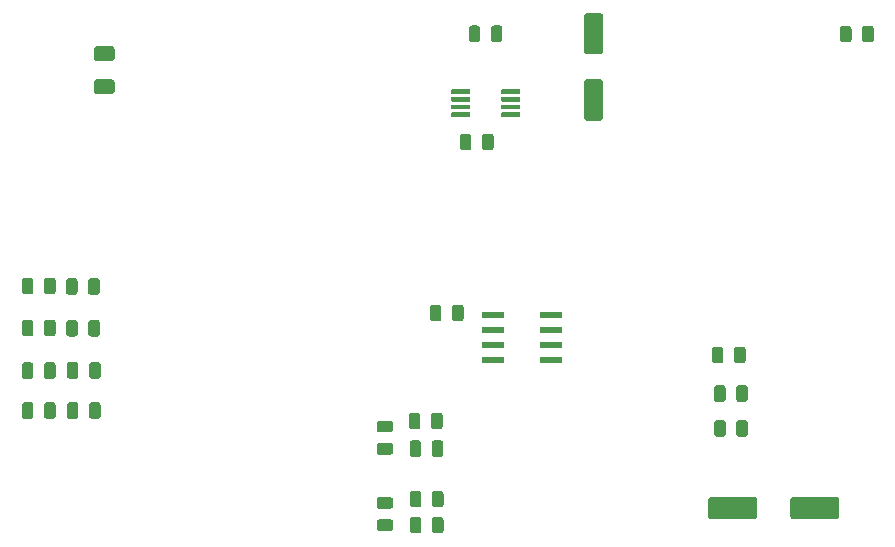
<source format=gbr>
G04 #@! TF.GenerationSoftware,KiCad,Pcbnew,(5.1.5)-3*
G04 #@! TF.CreationDate,2020-06-09T15:43:22-07:00*
G04 #@! TF.ProjectId,MTTP Charge Controller,4d545450-2043-4686-9172-676520436f6e,rev?*
G04 #@! TF.SameCoordinates,Original*
G04 #@! TF.FileFunction,Paste,Top*
G04 #@! TF.FilePolarity,Positive*
%FSLAX46Y46*%
G04 Gerber Fmt 4.6, Leading zero omitted, Abs format (unit mm)*
G04 Created by KiCad (PCBNEW (5.1.5)-3) date 2020-06-09 15:43:22*
%MOMM*%
%LPD*%
G04 APERTURE LIST*
%ADD10C,0.100000*%
%ADD11R,1.981200X0.558800*%
G04 APERTURE END LIST*
D10*
G36*
X59279504Y-59456204D02*
G01*
X59303773Y-59459804D01*
X59327571Y-59465765D01*
X59350671Y-59474030D01*
X59372849Y-59484520D01*
X59393893Y-59497133D01*
X59413598Y-59511747D01*
X59431777Y-59528223D01*
X59448253Y-59546402D01*
X59462867Y-59566107D01*
X59475480Y-59587151D01*
X59485970Y-59609329D01*
X59494235Y-59632429D01*
X59500196Y-59656227D01*
X59503796Y-59680496D01*
X59505000Y-59705000D01*
X59505000Y-60455000D01*
X59503796Y-60479504D01*
X59500196Y-60503773D01*
X59494235Y-60527571D01*
X59485970Y-60550671D01*
X59475480Y-60572849D01*
X59462867Y-60593893D01*
X59448253Y-60613598D01*
X59431777Y-60631777D01*
X59413598Y-60648253D01*
X59393893Y-60662867D01*
X59372849Y-60675480D01*
X59350671Y-60685970D01*
X59327571Y-60694235D01*
X59303773Y-60700196D01*
X59279504Y-60703796D01*
X59255000Y-60705000D01*
X58005000Y-60705000D01*
X57980496Y-60703796D01*
X57956227Y-60700196D01*
X57932429Y-60694235D01*
X57909329Y-60685970D01*
X57887151Y-60675480D01*
X57866107Y-60662867D01*
X57846402Y-60648253D01*
X57828223Y-60631777D01*
X57811747Y-60613598D01*
X57797133Y-60593893D01*
X57784520Y-60572849D01*
X57774030Y-60550671D01*
X57765765Y-60527571D01*
X57759804Y-60503773D01*
X57756204Y-60479504D01*
X57755000Y-60455000D01*
X57755000Y-59705000D01*
X57756204Y-59680496D01*
X57759804Y-59656227D01*
X57765765Y-59632429D01*
X57774030Y-59609329D01*
X57784520Y-59587151D01*
X57797133Y-59566107D01*
X57811747Y-59546402D01*
X57828223Y-59528223D01*
X57846402Y-59511747D01*
X57866107Y-59497133D01*
X57887151Y-59484520D01*
X57909329Y-59474030D01*
X57932429Y-59465765D01*
X57956227Y-59459804D01*
X57980496Y-59456204D01*
X58005000Y-59455000D01*
X59255000Y-59455000D01*
X59279504Y-59456204D01*
G37*
G36*
X59279504Y-56656204D02*
G01*
X59303773Y-56659804D01*
X59327571Y-56665765D01*
X59350671Y-56674030D01*
X59372849Y-56684520D01*
X59393893Y-56697133D01*
X59413598Y-56711747D01*
X59431777Y-56728223D01*
X59448253Y-56746402D01*
X59462867Y-56766107D01*
X59475480Y-56787151D01*
X59485970Y-56809329D01*
X59494235Y-56832429D01*
X59500196Y-56856227D01*
X59503796Y-56880496D01*
X59505000Y-56905000D01*
X59505000Y-57655000D01*
X59503796Y-57679504D01*
X59500196Y-57703773D01*
X59494235Y-57727571D01*
X59485970Y-57750671D01*
X59475480Y-57772849D01*
X59462867Y-57793893D01*
X59448253Y-57813598D01*
X59431777Y-57831777D01*
X59413598Y-57848253D01*
X59393893Y-57862867D01*
X59372849Y-57875480D01*
X59350671Y-57885970D01*
X59327571Y-57894235D01*
X59303773Y-57900196D01*
X59279504Y-57903796D01*
X59255000Y-57905000D01*
X58005000Y-57905000D01*
X57980496Y-57903796D01*
X57956227Y-57900196D01*
X57932429Y-57894235D01*
X57909329Y-57885970D01*
X57887151Y-57875480D01*
X57866107Y-57862867D01*
X57846402Y-57848253D01*
X57828223Y-57831777D01*
X57811747Y-57813598D01*
X57797133Y-57793893D01*
X57784520Y-57772849D01*
X57774030Y-57750671D01*
X57765765Y-57727571D01*
X57759804Y-57703773D01*
X57756204Y-57679504D01*
X57755000Y-57655000D01*
X57755000Y-56905000D01*
X57756204Y-56880496D01*
X57759804Y-56856227D01*
X57765765Y-56832429D01*
X57774030Y-56809329D01*
X57784520Y-56787151D01*
X57797133Y-56766107D01*
X57811747Y-56746402D01*
X57828223Y-56728223D01*
X57846402Y-56711747D01*
X57866107Y-56697133D01*
X57887151Y-56684520D01*
X57909329Y-56674030D01*
X57932429Y-56665765D01*
X57956227Y-56659804D01*
X57980496Y-56656204D01*
X58005000Y-56655000D01*
X59255000Y-56655000D01*
X59279504Y-56656204D01*
G37*
G36*
X87135642Y-94297174D02*
G01*
X87159303Y-94300684D01*
X87182507Y-94306496D01*
X87205029Y-94314554D01*
X87226653Y-94324782D01*
X87247170Y-94337079D01*
X87266383Y-94351329D01*
X87284107Y-94367393D01*
X87300171Y-94385117D01*
X87314421Y-94404330D01*
X87326718Y-94424847D01*
X87336946Y-94446471D01*
X87345004Y-94468993D01*
X87350816Y-94492197D01*
X87354326Y-94515858D01*
X87355500Y-94539750D01*
X87355500Y-95452250D01*
X87354326Y-95476142D01*
X87350816Y-95499803D01*
X87345004Y-95523007D01*
X87336946Y-95545529D01*
X87326718Y-95567153D01*
X87314421Y-95587670D01*
X87300171Y-95606883D01*
X87284107Y-95624607D01*
X87266383Y-95640671D01*
X87247170Y-95654921D01*
X87226653Y-95667218D01*
X87205029Y-95677446D01*
X87182507Y-95685504D01*
X87159303Y-95691316D01*
X87135642Y-95694826D01*
X87111750Y-95696000D01*
X86624250Y-95696000D01*
X86600358Y-95694826D01*
X86576697Y-95691316D01*
X86553493Y-95685504D01*
X86530971Y-95677446D01*
X86509347Y-95667218D01*
X86488830Y-95654921D01*
X86469617Y-95640671D01*
X86451893Y-95624607D01*
X86435829Y-95606883D01*
X86421579Y-95587670D01*
X86409282Y-95567153D01*
X86399054Y-95545529D01*
X86390996Y-95523007D01*
X86385184Y-95499803D01*
X86381674Y-95476142D01*
X86380500Y-95452250D01*
X86380500Y-94539750D01*
X86381674Y-94515858D01*
X86385184Y-94492197D01*
X86390996Y-94468993D01*
X86399054Y-94446471D01*
X86409282Y-94424847D01*
X86421579Y-94404330D01*
X86435829Y-94385117D01*
X86451893Y-94367393D01*
X86469617Y-94351329D01*
X86488830Y-94337079D01*
X86509347Y-94324782D01*
X86530971Y-94314554D01*
X86553493Y-94306496D01*
X86576697Y-94300684D01*
X86600358Y-94297174D01*
X86624250Y-94296000D01*
X87111750Y-94296000D01*
X87135642Y-94297174D01*
G37*
G36*
X85260642Y-94297174D02*
G01*
X85284303Y-94300684D01*
X85307507Y-94306496D01*
X85330029Y-94314554D01*
X85351653Y-94324782D01*
X85372170Y-94337079D01*
X85391383Y-94351329D01*
X85409107Y-94367393D01*
X85425171Y-94385117D01*
X85439421Y-94404330D01*
X85451718Y-94424847D01*
X85461946Y-94446471D01*
X85470004Y-94468993D01*
X85475816Y-94492197D01*
X85479326Y-94515858D01*
X85480500Y-94539750D01*
X85480500Y-95452250D01*
X85479326Y-95476142D01*
X85475816Y-95499803D01*
X85470004Y-95523007D01*
X85461946Y-95545529D01*
X85451718Y-95567153D01*
X85439421Y-95587670D01*
X85425171Y-95606883D01*
X85409107Y-95624607D01*
X85391383Y-95640671D01*
X85372170Y-95654921D01*
X85351653Y-95667218D01*
X85330029Y-95677446D01*
X85307507Y-95685504D01*
X85284303Y-95691316D01*
X85260642Y-95694826D01*
X85236750Y-95696000D01*
X84749250Y-95696000D01*
X84725358Y-95694826D01*
X84701697Y-95691316D01*
X84678493Y-95685504D01*
X84655971Y-95677446D01*
X84634347Y-95667218D01*
X84613830Y-95654921D01*
X84594617Y-95640671D01*
X84576893Y-95624607D01*
X84560829Y-95606883D01*
X84546579Y-95587670D01*
X84534282Y-95567153D01*
X84524054Y-95545529D01*
X84515996Y-95523007D01*
X84510184Y-95499803D01*
X84506674Y-95476142D01*
X84505500Y-95452250D01*
X84505500Y-94539750D01*
X84506674Y-94515858D01*
X84510184Y-94492197D01*
X84515996Y-94468993D01*
X84524054Y-94446471D01*
X84534282Y-94424847D01*
X84546579Y-94404330D01*
X84560829Y-94385117D01*
X84576893Y-94367393D01*
X84594617Y-94351329D01*
X84613830Y-94337079D01*
X84634347Y-94324782D01*
X84655971Y-94314554D01*
X84678493Y-94306496D01*
X84701697Y-94300684D01*
X84725358Y-94297174D01*
X84749250Y-94296000D01*
X85236750Y-94296000D01*
X85260642Y-94297174D01*
G37*
G36*
X100634504Y-53851204D02*
G01*
X100658773Y-53854804D01*
X100682571Y-53860765D01*
X100705671Y-53869030D01*
X100727849Y-53879520D01*
X100748893Y-53892133D01*
X100768598Y-53906747D01*
X100786777Y-53923223D01*
X100803253Y-53941402D01*
X100817867Y-53961107D01*
X100830480Y-53982151D01*
X100840970Y-54004329D01*
X100849235Y-54027429D01*
X100855196Y-54051227D01*
X100858796Y-54075496D01*
X100860000Y-54100000D01*
X100860000Y-57100000D01*
X100858796Y-57124504D01*
X100855196Y-57148773D01*
X100849235Y-57172571D01*
X100840970Y-57195671D01*
X100830480Y-57217849D01*
X100817867Y-57238893D01*
X100803253Y-57258598D01*
X100786777Y-57276777D01*
X100768598Y-57293253D01*
X100748893Y-57307867D01*
X100727849Y-57320480D01*
X100705671Y-57330970D01*
X100682571Y-57339235D01*
X100658773Y-57345196D01*
X100634504Y-57348796D01*
X100610000Y-57350000D01*
X99510000Y-57350000D01*
X99485496Y-57348796D01*
X99461227Y-57345196D01*
X99437429Y-57339235D01*
X99414329Y-57330970D01*
X99392151Y-57320480D01*
X99371107Y-57307867D01*
X99351402Y-57293253D01*
X99333223Y-57276777D01*
X99316747Y-57258598D01*
X99302133Y-57238893D01*
X99289520Y-57217849D01*
X99279030Y-57195671D01*
X99270765Y-57172571D01*
X99264804Y-57148773D01*
X99261204Y-57124504D01*
X99260000Y-57100000D01*
X99260000Y-54100000D01*
X99261204Y-54075496D01*
X99264804Y-54051227D01*
X99270765Y-54027429D01*
X99279030Y-54004329D01*
X99289520Y-53982151D01*
X99302133Y-53961107D01*
X99316747Y-53941402D01*
X99333223Y-53923223D01*
X99351402Y-53906747D01*
X99371107Y-53892133D01*
X99392151Y-53879520D01*
X99414329Y-53869030D01*
X99437429Y-53860765D01*
X99461227Y-53854804D01*
X99485496Y-53851204D01*
X99510000Y-53850000D01*
X100610000Y-53850000D01*
X100634504Y-53851204D01*
G37*
G36*
X100634504Y-59451204D02*
G01*
X100658773Y-59454804D01*
X100682571Y-59460765D01*
X100705671Y-59469030D01*
X100727849Y-59479520D01*
X100748893Y-59492133D01*
X100768598Y-59506747D01*
X100786777Y-59523223D01*
X100803253Y-59541402D01*
X100817867Y-59561107D01*
X100830480Y-59582151D01*
X100840970Y-59604329D01*
X100849235Y-59627429D01*
X100855196Y-59651227D01*
X100858796Y-59675496D01*
X100860000Y-59700000D01*
X100860000Y-62700000D01*
X100858796Y-62724504D01*
X100855196Y-62748773D01*
X100849235Y-62772571D01*
X100840970Y-62795671D01*
X100830480Y-62817849D01*
X100817867Y-62838893D01*
X100803253Y-62858598D01*
X100786777Y-62876777D01*
X100768598Y-62893253D01*
X100748893Y-62907867D01*
X100727849Y-62920480D01*
X100705671Y-62930970D01*
X100682571Y-62939235D01*
X100658773Y-62945196D01*
X100634504Y-62948796D01*
X100610000Y-62950000D01*
X99510000Y-62950000D01*
X99485496Y-62948796D01*
X99461227Y-62945196D01*
X99437429Y-62939235D01*
X99414329Y-62930970D01*
X99392151Y-62920480D01*
X99371107Y-62907867D01*
X99351402Y-62893253D01*
X99333223Y-62876777D01*
X99316747Y-62858598D01*
X99302133Y-62838893D01*
X99289520Y-62817849D01*
X99279030Y-62795671D01*
X99270765Y-62772571D01*
X99264804Y-62748773D01*
X99261204Y-62724504D01*
X99260000Y-62700000D01*
X99260000Y-59700000D01*
X99261204Y-59675496D01*
X99264804Y-59651227D01*
X99270765Y-59627429D01*
X99279030Y-59604329D01*
X99289520Y-59582151D01*
X99302133Y-59561107D01*
X99316747Y-59541402D01*
X99333223Y-59523223D01*
X99351402Y-59506747D01*
X99371107Y-59492133D01*
X99392151Y-59479520D01*
X99414329Y-59469030D01*
X99437429Y-59460765D01*
X99461227Y-59454804D01*
X99485496Y-59451204D01*
X99510000Y-59450000D01*
X100610000Y-59450000D01*
X100634504Y-59451204D01*
G37*
G36*
X113690504Y-94809204D02*
G01*
X113714773Y-94812804D01*
X113738571Y-94818765D01*
X113761671Y-94827030D01*
X113783849Y-94837520D01*
X113804893Y-94850133D01*
X113824598Y-94864747D01*
X113842777Y-94881223D01*
X113859253Y-94899402D01*
X113873867Y-94919107D01*
X113886480Y-94940151D01*
X113896970Y-94962329D01*
X113905235Y-94985429D01*
X113911196Y-95009227D01*
X113914796Y-95033496D01*
X113916000Y-95058000D01*
X113916000Y-96458000D01*
X113914796Y-96482504D01*
X113911196Y-96506773D01*
X113905235Y-96530571D01*
X113896970Y-96553671D01*
X113886480Y-96575849D01*
X113873867Y-96596893D01*
X113859253Y-96616598D01*
X113842777Y-96634777D01*
X113824598Y-96651253D01*
X113804893Y-96665867D01*
X113783849Y-96678480D01*
X113761671Y-96688970D01*
X113738571Y-96697235D01*
X113714773Y-96703196D01*
X113690504Y-96706796D01*
X113666000Y-96708000D01*
X110016000Y-96708000D01*
X109991496Y-96706796D01*
X109967227Y-96703196D01*
X109943429Y-96697235D01*
X109920329Y-96688970D01*
X109898151Y-96678480D01*
X109877107Y-96665867D01*
X109857402Y-96651253D01*
X109839223Y-96634777D01*
X109822747Y-96616598D01*
X109808133Y-96596893D01*
X109795520Y-96575849D01*
X109785030Y-96553671D01*
X109776765Y-96530571D01*
X109770804Y-96506773D01*
X109767204Y-96482504D01*
X109766000Y-96458000D01*
X109766000Y-95058000D01*
X109767204Y-95033496D01*
X109770804Y-95009227D01*
X109776765Y-94985429D01*
X109785030Y-94962329D01*
X109795520Y-94940151D01*
X109808133Y-94919107D01*
X109822747Y-94899402D01*
X109839223Y-94881223D01*
X109857402Y-94864747D01*
X109877107Y-94850133D01*
X109898151Y-94837520D01*
X109920329Y-94827030D01*
X109943429Y-94818765D01*
X109967227Y-94812804D01*
X109991496Y-94809204D01*
X110016000Y-94808000D01*
X113666000Y-94808000D01*
X113690504Y-94809204D01*
G37*
G36*
X120640504Y-94809204D02*
G01*
X120664773Y-94812804D01*
X120688571Y-94818765D01*
X120711671Y-94827030D01*
X120733849Y-94837520D01*
X120754893Y-94850133D01*
X120774598Y-94864747D01*
X120792777Y-94881223D01*
X120809253Y-94899402D01*
X120823867Y-94919107D01*
X120836480Y-94940151D01*
X120846970Y-94962329D01*
X120855235Y-94985429D01*
X120861196Y-95009227D01*
X120864796Y-95033496D01*
X120866000Y-95058000D01*
X120866000Y-96458000D01*
X120864796Y-96482504D01*
X120861196Y-96506773D01*
X120855235Y-96530571D01*
X120846970Y-96553671D01*
X120836480Y-96575849D01*
X120823867Y-96596893D01*
X120809253Y-96616598D01*
X120792777Y-96634777D01*
X120774598Y-96651253D01*
X120754893Y-96665867D01*
X120733849Y-96678480D01*
X120711671Y-96688970D01*
X120688571Y-96697235D01*
X120664773Y-96703196D01*
X120640504Y-96706796D01*
X120616000Y-96708000D01*
X116966000Y-96708000D01*
X116941496Y-96706796D01*
X116917227Y-96703196D01*
X116893429Y-96697235D01*
X116870329Y-96688970D01*
X116848151Y-96678480D01*
X116827107Y-96665867D01*
X116807402Y-96651253D01*
X116789223Y-96634777D01*
X116772747Y-96616598D01*
X116758133Y-96596893D01*
X116745520Y-96575849D01*
X116735030Y-96553671D01*
X116726765Y-96530571D01*
X116720804Y-96506773D01*
X116717204Y-96482504D01*
X116716000Y-96458000D01*
X116716000Y-95058000D01*
X116717204Y-95033496D01*
X116720804Y-95009227D01*
X116726765Y-94985429D01*
X116735030Y-94962329D01*
X116745520Y-94940151D01*
X116758133Y-94919107D01*
X116772747Y-94899402D01*
X116789223Y-94881223D01*
X116807402Y-94864747D01*
X116827107Y-94850133D01*
X116848151Y-94837520D01*
X116870329Y-94827030D01*
X116893429Y-94818765D01*
X116917227Y-94812804D01*
X116941496Y-94809204D01*
X116966000Y-94808000D01*
X120616000Y-94808000D01*
X120640504Y-94809204D01*
G37*
G36*
X56168142Y-79837174D02*
G01*
X56191803Y-79840684D01*
X56215007Y-79846496D01*
X56237529Y-79854554D01*
X56259153Y-79864782D01*
X56279670Y-79877079D01*
X56298883Y-79891329D01*
X56316607Y-79907393D01*
X56332671Y-79925117D01*
X56346921Y-79944330D01*
X56359218Y-79964847D01*
X56369446Y-79986471D01*
X56377504Y-80008993D01*
X56383316Y-80032197D01*
X56386826Y-80055858D01*
X56388000Y-80079750D01*
X56388000Y-80992250D01*
X56386826Y-81016142D01*
X56383316Y-81039803D01*
X56377504Y-81063007D01*
X56369446Y-81085529D01*
X56359218Y-81107153D01*
X56346921Y-81127670D01*
X56332671Y-81146883D01*
X56316607Y-81164607D01*
X56298883Y-81180671D01*
X56279670Y-81194921D01*
X56259153Y-81207218D01*
X56237529Y-81217446D01*
X56215007Y-81225504D01*
X56191803Y-81231316D01*
X56168142Y-81234826D01*
X56144250Y-81236000D01*
X55656750Y-81236000D01*
X55632858Y-81234826D01*
X55609197Y-81231316D01*
X55585993Y-81225504D01*
X55563471Y-81217446D01*
X55541847Y-81207218D01*
X55521330Y-81194921D01*
X55502117Y-81180671D01*
X55484393Y-81164607D01*
X55468329Y-81146883D01*
X55454079Y-81127670D01*
X55441782Y-81107153D01*
X55431554Y-81085529D01*
X55423496Y-81063007D01*
X55417684Y-81039803D01*
X55414174Y-81016142D01*
X55413000Y-80992250D01*
X55413000Y-80079750D01*
X55414174Y-80055858D01*
X55417684Y-80032197D01*
X55423496Y-80008993D01*
X55431554Y-79986471D01*
X55441782Y-79964847D01*
X55454079Y-79944330D01*
X55468329Y-79925117D01*
X55484393Y-79907393D01*
X55502117Y-79891329D01*
X55521330Y-79877079D01*
X55541847Y-79864782D01*
X55563471Y-79854554D01*
X55585993Y-79846496D01*
X55609197Y-79840684D01*
X55632858Y-79837174D01*
X55656750Y-79836000D01*
X56144250Y-79836000D01*
X56168142Y-79837174D01*
G37*
G36*
X58043142Y-79837174D02*
G01*
X58066803Y-79840684D01*
X58090007Y-79846496D01*
X58112529Y-79854554D01*
X58134153Y-79864782D01*
X58154670Y-79877079D01*
X58173883Y-79891329D01*
X58191607Y-79907393D01*
X58207671Y-79925117D01*
X58221921Y-79944330D01*
X58234218Y-79964847D01*
X58244446Y-79986471D01*
X58252504Y-80008993D01*
X58258316Y-80032197D01*
X58261826Y-80055858D01*
X58263000Y-80079750D01*
X58263000Y-80992250D01*
X58261826Y-81016142D01*
X58258316Y-81039803D01*
X58252504Y-81063007D01*
X58244446Y-81085529D01*
X58234218Y-81107153D01*
X58221921Y-81127670D01*
X58207671Y-81146883D01*
X58191607Y-81164607D01*
X58173883Y-81180671D01*
X58154670Y-81194921D01*
X58134153Y-81207218D01*
X58112529Y-81217446D01*
X58090007Y-81225504D01*
X58066803Y-81231316D01*
X58043142Y-81234826D01*
X58019250Y-81236000D01*
X57531750Y-81236000D01*
X57507858Y-81234826D01*
X57484197Y-81231316D01*
X57460993Y-81225504D01*
X57438471Y-81217446D01*
X57416847Y-81207218D01*
X57396330Y-81194921D01*
X57377117Y-81180671D01*
X57359393Y-81164607D01*
X57343329Y-81146883D01*
X57329079Y-81127670D01*
X57316782Y-81107153D01*
X57306554Y-81085529D01*
X57298496Y-81063007D01*
X57292684Y-81039803D01*
X57289174Y-81016142D01*
X57288000Y-80992250D01*
X57288000Y-80079750D01*
X57289174Y-80055858D01*
X57292684Y-80032197D01*
X57298496Y-80008993D01*
X57306554Y-79986471D01*
X57316782Y-79964847D01*
X57329079Y-79944330D01*
X57343329Y-79925117D01*
X57359393Y-79907393D01*
X57377117Y-79891329D01*
X57396330Y-79877079D01*
X57416847Y-79864782D01*
X57438471Y-79854554D01*
X57460993Y-79846496D01*
X57484197Y-79840684D01*
X57507858Y-79837174D01*
X57531750Y-79836000D01*
X58019250Y-79836000D01*
X58043142Y-79837174D01*
G37*
G36*
X58101142Y-83401174D02*
G01*
X58124803Y-83404684D01*
X58148007Y-83410496D01*
X58170529Y-83418554D01*
X58192153Y-83428782D01*
X58212670Y-83441079D01*
X58231883Y-83455329D01*
X58249607Y-83471393D01*
X58265671Y-83489117D01*
X58279921Y-83508330D01*
X58292218Y-83528847D01*
X58302446Y-83550471D01*
X58310504Y-83572993D01*
X58316316Y-83596197D01*
X58319826Y-83619858D01*
X58321000Y-83643750D01*
X58321000Y-84556250D01*
X58319826Y-84580142D01*
X58316316Y-84603803D01*
X58310504Y-84627007D01*
X58302446Y-84649529D01*
X58292218Y-84671153D01*
X58279921Y-84691670D01*
X58265671Y-84710883D01*
X58249607Y-84728607D01*
X58231883Y-84744671D01*
X58212670Y-84758921D01*
X58192153Y-84771218D01*
X58170529Y-84781446D01*
X58148007Y-84789504D01*
X58124803Y-84795316D01*
X58101142Y-84798826D01*
X58077250Y-84800000D01*
X57589750Y-84800000D01*
X57565858Y-84798826D01*
X57542197Y-84795316D01*
X57518993Y-84789504D01*
X57496471Y-84781446D01*
X57474847Y-84771218D01*
X57454330Y-84758921D01*
X57435117Y-84744671D01*
X57417393Y-84728607D01*
X57401329Y-84710883D01*
X57387079Y-84691670D01*
X57374782Y-84671153D01*
X57364554Y-84649529D01*
X57356496Y-84627007D01*
X57350684Y-84603803D01*
X57347174Y-84580142D01*
X57346000Y-84556250D01*
X57346000Y-83643750D01*
X57347174Y-83619858D01*
X57350684Y-83596197D01*
X57356496Y-83572993D01*
X57364554Y-83550471D01*
X57374782Y-83528847D01*
X57387079Y-83508330D01*
X57401329Y-83489117D01*
X57417393Y-83471393D01*
X57435117Y-83455329D01*
X57454330Y-83441079D01*
X57474847Y-83428782D01*
X57496471Y-83418554D01*
X57518993Y-83410496D01*
X57542197Y-83404684D01*
X57565858Y-83401174D01*
X57589750Y-83400000D01*
X58077250Y-83400000D01*
X58101142Y-83401174D01*
G37*
G36*
X56226142Y-83401174D02*
G01*
X56249803Y-83404684D01*
X56273007Y-83410496D01*
X56295529Y-83418554D01*
X56317153Y-83428782D01*
X56337670Y-83441079D01*
X56356883Y-83455329D01*
X56374607Y-83471393D01*
X56390671Y-83489117D01*
X56404921Y-83508330D01*
X56417218Y-83528847D01*
X56427446Y-83550471D01*
X56435504Y-83572993D01*
X56441316Y-83596197D01*
X56444826Y-83619858D01*
X56446000Y-83643750D01*
X56446000Y-84556250D01*
X56444826Y-84580142D01*
X56441316Y-84603803D01*
X56435504Y-84627007D01*
X56427446Y-84649529D01*
X56417218Y-84671153D01*
X56404921Y-84691670D01*
X56390671Y-84710883D01*
X56374607Y-84728607D01*
X56356883Y-84744671D01*
X56337670Y-84758921D01*
X56317153Y-84771218D01*
X56295529Y-84781446D01*
X56273007Y-84789504D01*
X56249803Y-84795316D01*
X56226142Y-84798826D01*
X56202250Y-84800000D01*
X55714750Y-84800000D01*
X55690858Y-84798826D01*
X55667197Y-84795316D01*
X55643993Y-84789504D01*
X55621471Y-84781446D01*
X55599847Y-84771218D01*
X55579330Y-84758921D01*
X55560117Y-84744671D01*
X55542393Y-84728607D01*
X55526329Y-84710883D01*
X55512079Y-84691670D01*
X55499782Y-84671153D01*
X55489554Y-84649529D01*
X55481496Y-84627007D01*
X55475684Y-84603803D01*
X55472174Y-84580142D01*
X55471000Y-84556250D01*
X55471000Y-83643750D01*
X55472174Y-83619858D01*
X55475684Y-83596197D01*
X55481496Y-83572993D01*
X55489554Y-83550471D01*
X55499782Y-83528847D01*
X55512079Y-83508330D01*
X55526329Y-83489117D01*
X55542393Y-83471393D01*
X55560117Y-83455329D01*
X55579330Y-83441079D01*
X55599847Y-83428782D01*
X55621471Y-83418554D01*
X55643993Y-83410496D01*
X55667197Y-83404684D01*
X55690858Y-83401174D01*
X55714750Y-83400000D01*
X56202250Y-83400000D01*
X56226142Y-83401174D01*
G37*
G36*
X58101142Y-86801174D02*
G01*
X58124803Y-86804684D01*
X58148007Y-86810496D01*
X58170529Y-86818554D01*
X58192153Y-86828782D01*
X58212670Y-86841079D01*
X58231883Y-86855329D01*
X58249607Y-86871393D01*
X58265671Y-86889117D01*
X58279921Y-86908330D01*
X58292218Y-86928847D01*
X58302446Y-86950471D01*
X58310504Y-86972993D01*
X58316316Y-86996197D01*
X58319826Y-87019858D01*
X58321000Y-87043750D01*
X58321000Y-87956250D01*
X58319826Y-87980142D01*
X58316316Y-88003803D01*
X58310504Y-88027007D01*
X58302446Y-88049529D01*
X58292218Y-88071153D01*
X58279921Y-88091670D01*
X58265671Y-88110883D01*
X58249607Y-88128607D01*
X58231883Y-88144671D01*
X58212670Y-88158921D01*
X58192153Y-88171218D01*
X58170529Y-88181446D01*
X58148007Y-88189504D01*
X58124803Y-88195316D01*
X58101142Y-88198826D01*
X58077250Y-88200000D01*
X57589750Y-88200000D01*
X57565858Y-88198826D01*
X57542197Y-88195316D01*
X57518993Y-88189504D01*
X57496471Y-88181446D01*
X57474847Y-88171218D01*
X57454330Y-88158921D01*
X57435117Y-88144671D01*
X57417393Y-88128607D01*
X57401329Y-88110883D01*
X57387079Y-88091670D01*
X57374782Y-88071153D01*
X57364554Y-88049529D01*
X57356496Y-88027007D01*
X57350684Y-88003803D01*
X57347174Y-87980142D01*
X57346000Y-87956250D01*
X57346000Y-87043750D01*
X57347174Y-87019858D01*
X57350684Y-86996197D01*
X57356496Y-86972993D01*
X57364554Y-86950471D01*
X57374782Y-86928847D01*
X57387079Y-86908330D01*
X57401329Y-86889117D01*
X57417393Y-86871393D01*
X57435117Y-86855329D01*
X57454330Y-86841079D01*
X57474847Y-86828782D01*
X57496471Y-86818554D01*
X57518993Y-86810496D01*
X57542197Y-86804684D01*
X57565858Y-86801174D01*
X57589750Y-86800000D01*
X58077250Y-86800000D01*
X58101142Y-86801174D01*
G37*
G36*
X56226142Y-86801174D02*
G01*
X56249803Y-86804684D01*
X56273007Y-86810496D01*
X56295529Y-86818554D01*
X56317153Y-86828782D01*
X56337670Y-86841079D01*
X56356883Y-86855329D01*
X56374607Y-86871393D01*
X56390671Y-86889117D01*
X56404921Y-86908330D01*
X56417218Y-86928847D01*
X56427446Y-86950471D01*
X56435504Y-86972993D01*
X56441316Y-86996197D01*
X56444826Y-87019858D01*
X56446000Y-87043750D01*
X56446000Y-87956250D01*
X56444826Y-87980142D01*
X56441316Y-88003803D01*
X56435504Y-88027007D01*
X56427446Y-88049529D01*
X56417218Y-88071153D01*
X56404921Y-88091670D01*
X56390671Y-88110883D01*
X56374607Y-88128607D01*
X56356883Y-88144671D01*
X56337670Y-88158921D01*
X56317153Y-88171218D01*
X56295529Y-88181446D01*
X56273007Y-88189504D01*
X56249803Y-88195316D01*
X56226142Y-88198826D01*
X56202250Y-88200000D01*
X55714750Y-88200000D01*
X55690858Y-88198826D01*
X55667197Y-88195316D01*
X55643993Y-88189504D01*
X55621471Y-88181446D01*
X55599847Y-88171218D01*
X55579330Y-88158921D01*
X55560117Y-88144671D01*
X55542393Y-88128607D01*
X55526329Y-88110883D01*
X55512079Y-88091670D01*
X55499782Y-88071153D01*
X55489554Y-88049529D01*
X55481496Y-88027007D01*
X55475684Y-88003803D01*
X55472174Y-87980142D01*
X55471000Y-87956250D01*
X55471000Y-87043750D01*
X55472174Y-87019858D01*
X55475684Y-86996197D01*
X55481496Y-86972993D01*
X55489554Y-86950471D01*
X55499782Y-86928847D01*
X55512079Y-86908330D01*
X55526329Y-86889117D01*
X55542393Y-86871393D01*
X55560117Y-86855329D01*
X55579330Y-86841079D01*
X55599847Y-86828782D01*
X55621471Y-86818554D01*
X55643993Y-86810496D01*
X55667197Y-86804684D01*
X55690858Y-86801174D01*
X55714750Y-86800000D01*
X56202250Y-86800000D01*
X56226142Y-86801174D01*
G37*
G36*
X56147642Y-76301174D02*
G01*
X56171303Y-76304684D01*
X56194507Y-76310496D01*
X56217029Y-76318554D01*
X56238653Y-76328782D01*
X56259170Y-76341079D01*
X56278383Y-76355329D01*
X56296107Y-76371393D01*
X56312171Y-76389117D01*
X56326421Y-76408330D01*
X56338718Y-76428847D01*
X56348946Y-76450471D01*
X56357004Y-76472993D01*
X56362816Y-76496197D01*
X56366326Y-76519858D01*
X56367500Y-76543750D01*
X56367500Y-77456250D01*
X56366326Y-77480142D01*
X56362816Y-77503803D01*
X56357004Y-77527007D01*
X56348946Y-77549529D01*
X56338718Y-77571153D01*
X56326421Y-77591670D01*
X56312171Y-77610883D01*
X56296107Y-77628607D01*
X56278383Y-77644671D01*
X56259170Y-77658921D01*
X56238653Y-77671218D01*
X56217029Y-77681446D01*
X56194507Y-77689504D01*
X56171303Y-77695316D01*
X56147642Y-77698826D01*
X56123750Y-77700000D01*
X55636250Y-77700000D01*
X55612358Y-77698826D01*
X55588697Y-77695316D01*
X55565493Y-77689504D01*
X55542971Y-77681446D01*
X55521347Y-77671218D01*
X55500830Y-77658921D01*
X55481617Y-77644671D01*
X55463893Y-77628607D01*
X55447829Y-77610883D01*
X55433579Y-77591670D01*
X55421282Y-77571153D01*
X55411054Y-77549529D01*
X55402996Y-77527007D01*
X55397184Y-77503803D01*
X55393674Y-77480142D01*
X55392500Y-77456250D01*
X55392500Y-76543750D01*
X55393674Y-76519858D01*
X55397184Y-76496197D01*
X55402996Y-76472993D01*
X55411054Y-76450471D01*
X55421282Y-76428847D01*
X55433579Y-76408330D01*
X55447829Y-76389117D01*
X55463893Y-76371393D01*
X55481617Y-76355329D01*
X55500830Y-76341079D01*
X55521347Y-76328782D01*
X55542971Y-76318554D01*
X55565493Y-76310496D01*
X55588697Y-76304684D01*
X55612358Y-76301174D01*
X55636250Y-76300000D01*
X56123750Y-76300000D01*
X56147642Y-76301174D01*
G37*
G36*
X58022642Y-76301174D02*
G01*
X58046303Y-76304684D01*
X58069507Y-76310496D01*
X58092029Y-76318554D01*
X58113653Y-76328782D01*
X58134170Y-76341079D01*
X58153383Y-76355329D01*
X58171107Y-76371393D01*
X58187171Y-76389117D01*
X58201421Y-76408330D01*
X58213718Y-76428847D01*
X58223946Y-76450471D01*
X58232004Y-76472993D01*
X58237816Y-76496197D01*
X58241326Y-76519858D01*
X58242500Y-76543750D01*
X58242500Y-77456250D01*
X58241326Y-77480142D01*
X58237816Y-77503803D01*
X58232004Y-77527007D01*
X58223946Y-77549529D01*
X58213718Y-77571153D01*
X58201421Y-77591670D01*
X58187171Y-77610883D01*
X58171107Y-77628607D01*
X58153383Y-77644671D01*
X58134170Y-77658921D01*
X58113653Y-77671218D01*
X58092029Y-77681446D01*
X58069507Y-77689504D01*
X58046303Y-77695316D01*
X58022642Y-77698826D01*
X57998750Y-77700000D01*
X57511250Y-77700000D01*
X57487358Y-77698826D01*
X57463697Y-77695316D01*
X57440493Y-77689504D01*
X57417971Y-77681446D01*
X57396347Y-77671218D01*
X57375830Y-77658921D01*
X57356617Y-77644671D01*
X57338893Y-77628607D01*
X57322829Y-77610883D01*
X57308579Y-77591670D01*
X57296282Y-77571153D01*
X57286054Y-77549529D01*
X57277996Y-77527007D01*
X57272184Y-77503803D01*
X57268674Y-77480142D01*
X57267500Y-77456250D01*
X57267500Y-76543750D01*
X57268674Y-76519858D01*
X57272184Y-76496197D01*
X57277996Y-76472993D01*
X57286054Y-76450471D01*
X57296282Y-76428847D01*
X57308579Y-76408330D01*
X57322829Y-76389117D01*
X57338893Y-76371393D01*
X57356617Y-76355329D01*
X57375830Y-76341079D01*
X57396347Y-76328782D01*
X57417971Y-76318554D01*
X57440493Y-76310496D01*
X57463697Y-76304684D01*
X57487358Y-76301174D01*
X57511250Y-76300000D01*
X57998750Y-76300000D01*
X58022642Y-76301174D01*
G37*
D11*
X96443800Y-79375000D03*
X96443800Y-80645000D03*
X96443800Y-81915000D03*
X96443800Y-83185000D03*
X91516200Y-83185000D03*
X91516200Y-81915000D03*
X91516200Y-80645000D03*
X91516200Y-79375000D03*
D10*
G36*
X92127642Y-54901174D02*
G01*
X92151303Y-54904684D01*
X92174507Y-54910496D01*
X92197029Y-54918554D01*
X92218653Y-54928782D01*
X92239170Y-54941079D01*
X92258383Y-54955329D01*
X92276107Y-54971393D01*
X92292171Y-54989117D01*
X92306421Y-55008330D01*
X92318718Y-55028847D01*
X92328946Y-55050471D01*
X92337004Y-55072993D01*
X92342816Y-55096197D01*
X92346326Y-55119858D01*
X92347500Y-55143750D01*
X92347500Y-56056250D01*
X92346326Y-56080142D01*
X92342816Y-56103803D01*
X92337004Y-56127007D01*
X92328946Y-56149529D01*
X92318718Y-56171153D01*
X92306421Y-56191670D01*
X92292171Y-56210883D01*
X92276107Y-56228607D01*
X92258383Y-56244671D01*
X92239170Y-56258921D01*
X92218653Y-56271218D01*
X92197029Y-56281446D01*
X92174507Y-56289504D01*
X92151303Y-56295316D01*
X92127642Y-56298826D01*
X92103750Y-56300000D01*
X91616250Y-56300000D01*
X91592358Y-56298826D01*
X91568697Y-56295316D01*
X91545493Y-56289504D01*
X91522971Y-56281446D01*
X91501347Y-56271218D01*
X91480830Y-56258921D01*
X91461617Y-56244671D01*
X91443893Y-56228607D01*
X91427829Y-56210883D01*
X91413579Y-56191670D01*
X91401282Y-56171153D01*
X91391054Y-56149529D01*
X91382996Y-56127007D01*
X91377184Y-56103803D01*
X91373674Y-56080142D01*
X91372500Y-56056250D01*
X91372500Y-55143750D01*
X91373674Y-55119858D01*
X91377184Y-55096197D01*
X91382996Y-55072993D01*
X91391054Y-55050471D01*
X91401282Y-55028847D01*
X91413579Y-55008330D01*
X91427829Y-54989117D01*
X91443893Y-54971393D01*
X91461617Y-54955329D01*
X91480830Y-54941079D01*
X91501347Y-54928782D01*
X91522971Y-54918554D01*
X91545493Y-54910496D01*
X91568697Y-54904684D01*
X91592358Y-54901174D01*
X91616250Y-54900000D01*
X92103750Y-54900000D01*
X92127642Y-54901174D01*
G37*
G36*
X90252642Y-54901174D02*
G01*
X90276303Y-54904684D01*
X90299507Y-54910496D01*
X90322029Y-54918554D01*
X90343653Y-54928782D01*
X90364170Y-54941079D01*
X90383383Y-54955329D01*
X90401107Y-54971393D01*
X90417171Y-54989117D01*
X90431421Y-55008330D01*
X90443718Y-55028847D01*
X90453946Y-55050471D01*
X90462004Y-55072993D01*
X90467816Y-55096197D01*
X90471326Y-55119858D01*
X90472500Y-55143750D01*
X90472500Y-56056250D01*
X90471326Y-56080142D01*
X90467816Y-56103803D01*
X90462004Y-56127007D01*
X90453946Y-56149529D01*
X90443718Y-56171153D01*
X90431421Y-56191670D01*
X90417171Y-56210883D01*
X90401107Y-56228607D01*
X90383383Y-56244671D01*
X90364170Y-56258921D01*
X90343653Y-56271218D01*
X90322029Y-56281446D01*
X90299507Y-56289504D01*
X90276303Y-56295316D01*
X90252642Y-56298826D01*
X90228750Y-56300000D01*
X89741250Y-56300000D01*
X89717358Y-56298826D01*
X89693697Y-56295316D01*
X89670493Y-56289504D01*
X89647971Y-56281446D01*
X89626347Y-56271218D01*
X89605830Y-56258921D01*
X89586617Y-56244671D01*
X89568893Y-56228607D01*
X89552829Y-56210883D01*
X89538579Y-56191670D01*
X89526282Y-56171153D01*
X89516054Y-56149529D01*
X89507996Y-56127007D01*
X89502184Y-56103803D01*
X89498674Y-56080142D01*
X89497500Y-56056250D01*
X89497500Y-55143750D01*
X89498674Y-55119858D01*
X89502184Y-55096197D01*
X89507996Y-55072993D01*
X89516054Y-55050471D01*
X89526282Y-55028847D01*
X89538579Y-55008330D01*
X89552829Y-54989117D01*
X89568893Y-54971393D01*
X89586617Y-54955329D01*
X89605830Y-54941079D01*
X89626347Y-54928782D01*
X89647971Y-54918554D01*
X89670493Y-54910496D01*
X89693697Y-54904684D01*
X89717358Y-54901174D01*
X89741250Y-54900000D01*
X90228750Y-54900000D01*
X90252642Y-54901174D01*
G37*
G36*
X82880142Y-94838674D02*
G01*
X82903803Y-94842184D01*
X82927007Y-94847996D01*
X82949529Y-94856054D01*
X82971153Y-94866282D01*
X82991670Y-94878579D01*
X83010883Y-94892829D01*
X83028607Y-94908893D01*
X83044671Y-94926617D01*
X83058921Y-94945830D01*
X83071218Y-94966347D01*
X83081446Y-94987971D01*
X83089504Y-95010493D01*
X83095316Y-95033697D01*
X83098826Y-95057358D01*
X83100000Y-95081250D01*
X83100000Y-95568750D01*
X83098826Y-95592642D01*
X83095316Y-95616303D01*
X83089504Y-95639507D01*
X83081446Y-95662029D01*
X83071218Y-95683653D01*
X83058921Y-95704170D01*
X83044671Y-95723383D01*
X83028607Y-95741107D01*
X83010883Y-95757171D01*
X82991670Y-95771421D01*
X82971153Y-95783718D01*
X82949529Y-95793946D01*
X82927007Y-95802004D01*
X82903803Y-95807816D01*
X82880142Y-95811326D01*
X82856250Y-95812500D01*
X81943750Y-95812500D01*
X81919858Y-95811326D01*
X81896197Y-95807816D01*
X81872993Y-95802004D01*
X81850471Y-95793946D01*
X81828847Y-95783718D01*
X81808330Y-95771421D01*
X81789117Y-95757171D01*
X81771393Y-95741107D01*
X81755329Y-95723383D01*
X81741079Y-95704170D01*
X81728782Y-95683653D01*
X81718554Y-95662029D01*
X81710496Y-95639507D01*
X81704684Y-95616303D01*
X81701174Y-95592642D01*
X81700000Y-95568750D01*
X81700000Y-95081250D01*
X81701174Y-95057358D01*
X81704684Y-95033697D01*
X81710496Y-95010493D01*
X81718554Y-94987971D01*
X81728782Y-94966347D01*
X81741079Y-94945830D01*
X81755329Y-94926617D01*
X81771393Y-94908893D01*
X81789117Y-94892829D01*
X81808330Y-94878579D01*
X81828847Y-94866282D01*
X81850471Y-94856054D01*
X81872993Y-94847996D01*
X81896197Y-94842184D01*
X81919858Y-94838674D01*
X81943750Y-94837500D01*
X82856250Y-94837500D01*
X82880142Y-94838674D01*
G37*
G36*
X82880142Y-96713674D02*
G01*
X82903803Y-96717184D01*
X82927007Y-96722996D01*
X82949529Y-96731054D01*
X82971153Y-96741282D01*
X82991670Y-96753579D01*
X83010883Y-96767829D01*
X83028607Y-96783893D01*
X83044671Y-96801617D01*
X83058921Y-96820830D01*
X83071218Y-96841347D01*
X83081446Y-96862971D01*
X83089504Y-96885493D01*
X83095316Y-96908697D01*
X83098826Y-96932358D01*
X83100000Y-96956250D01*
X83100000Y-97443750D01*
X83098826Y-97467642D01*
X83095316Y-97491303D01*
X83089504Y-97514507D01*
X83081446Y-97537029D01*
X83071218Y-97558653D01*
X83058921Y-97579170D01*
X83044671Y-97598383D01*
X83028607Y-97616107D01*
X83010883Y-97632171D01*
X82991670Y-97646421D01*
X82971153Y-97658718D01*
X82949529Y-97668946D01*
X82927007Y-97677004D01*
X82903803Y-97682816D01*
X82880142Y-97686326D01*
X82856250Y-97687500D01*
X81943750Y-97687500D01*
X81919858Y-97686326D01*
X81896197Y-97682816D01*
X81872993Y-97677004D01*
X81850471Y-97668946D01*
X81828847Y-97658718D01*
X81808330Y-97646421D01*
X81789117Y-97632171D01*
X81771393Y-97616107D01*
X81755329Y-97598383D01*
X81741079Y-97579170D01*
X81728782Y-97558653D01*
X81718554Y-97537029D01*
X81710496Y-97514507D01*
X81704684Y-97491303D01*
X81701174Y-97467642D01*
X81700000Y-97443750D01*
X81700000Y-96956250D01*
X81701174Y-96932358D01*
X81704684Y-96908697D01*
X81710496Y-96885493D01*
X81718554Y-96862971D01*
X81728782Y-96841347D01*
X81741079Y-96820830D01*
X81755329Y-96801617D01*
X81771393Y-96783893D01*
X81789117Y-96767829D01*
X81808330Y-96753579D01*
X81828847Y-96741282D01*
X81850471Y-96731054D01*
X81872993Y-96722996D01*
X81896197Y-96717184D01*
X81919858Y-96713674D01*
X81943750Y-96712500D01*
X82856250Y-96712500D01*
X82880142Y-96713674D01*
G37*
G36*
X85260642Y-96501174D02*
G01*
X85284303Y-96504684D01*
X85307507Y-96510496D01*
X85330029Y-96518554D01*
X85351653Y-96528782D01*
X85372170Y-96541079D01*
X85391383Y-96555329D01*
X85409107Y-96571393D01*
X85425171Y-96589117D01*
X85439421Y-96608330D01*
X85451718Y-96628847D01*
X85461946Y-96650471D01*
X85470004Y-96672993D01*
X85475816Y-96696197D01*
X85479326Y-96719858D01*
X85480500Y-96743750D01*
X85480500Y-97656250D01*
X85479326Y-97680142D01*
X85475816Y-97703803D01*
X85470004Y-97727007D01*
X85461946Y-97749529D01*
X85451718Y-97771153D01*
X85439421Y-97791670D01*
X85425171Y-97810883D01*
X85409107Y-97828607D01*
X85391383Y-97844671D01*
X85372170Y-97858921D01*
X85351653Y-97871218D01*
X85330029Y-97881446D01*
X85307507Y-97889504D01*
X85284303Y-97895316D01*
X85260642Y-97898826D01*
X85236750Y-97900000D01*
X84749250Y-97900000D01*
X84725358Y-97898826D01*
X84701697Y-97895316D01*
X84678493Y-97889504D01*
X84655971Y-97881446D01*
X84634347Y-97871218D01*
X84613830Y-97858921D01*
X84594617Y-97844671D01*
X84576893Y-97828607D01*
X84560829Y-97810883D01*
X84546579Y-97791670D01*
X84534282Y-97771153D01*
X84524054Y-97749529D01*
X84515996Y-97727007D01*
X84510184Y-97703803D01*
X84506674Y-97680142D01*
X84505500Y-97656250D01*
X84505500Y-96743750D01*
X84506674Y-96719858D01*
X84510184Y-96696197D01*
X84515996Y-96672993D01*
X84524054Y-96650471D01*
X84534282Y-96628847D01*
X84546579Y-96608330D01*
X84560829Y-96589117D01*
X84576893Y-96571393D01*
X84594617Y-96555329D01*
X84613830Y-96541079D01*
X84634347Y-96528782D01*
X84655971Y-96518554D01*
X84678493Y-96510496D01*
X84701697Y-96504684D01*
X84725358Y-96501174D01*
X84749250Y-96500000D01*
X85236750Y-96500000D01*
X85260642Y-96501174D01*
G37*
G36*
X87135642Y-96501174D02*
G01*
X87159303Y-96504684D01*
X87182507Y-96510496D01*
X87205029Y-96518554D01*
X87226653Y-96528782D01*
X87247170Y-96541079D01*
X87266383Y-96555329D01*
X87284107Y-96571393D01*
X87300171Y-96589117D01*
X87314421Y-96608330D01*
X87326718Y-96628847D01*
X87336946Y-96650471D01*
X87345004Y-96672993D01*
X87350816Y-96696197D01*
X87354326Y-96719858D01*
X87355500Y-96743750D01*
X87355500Y-97656250D01*
X87354326Y-97680142D01*
X87350816Y-97703803D01*
X87345004Y-97727007D01*
X87336946Y-97749529D01*
X87326718Y-97771153D01*
X87314421Y-97791670D01*
X87300171Y-97810883D01*
X87284107Y-97828607D01*
X87266383Y-97844671D01*
X87247170Y-97858921D01*
X87226653Y-97871218D01*
X87205029Y-97881446D01*
X87182507Y-97889504D01*
X87159303Y-97895316D01*
X87135642Y-97898826D01*
X87111750Y-97900000D01*
X86624250Y-97900000D01*
X86600358Y-97898826D01*
X86576697Y-97895316D01*
X86553493Y-97889504D01*
X86530971Y-97881446D01*
X86509347Y-97871218D01*
X86488830Y-97858921D01*
X86469617Y-97844671D01*
X86451893Y-97828607D01*
X86435829Y-97810883D01*
X86421579Y-97791670D01*
X86409282Y-97771153D01*
X86399054Y-97749529D01*
X86390996Y-97727007D01*
X86385184Y-97703803D01*
X86381674Y-97680142D01*
X86380500Y-97656250D01*
X86380500Y-96743750D01*
X86381674Y-96719858D01*
X86385184Y-96696197D01*
X86390996Y-96672993D01*
X86399054Y-96650471D01*
X86409282Y-96628847D01*
X86421579Y-96608330D01*
X86435829Y-96589117D01*
X86451893Y-96571393D01*
X86469617Y-96555329D01*
X86488830Y-96541079D01*
X86509347Y-96528782D01*
X86530971Y-96518554D01*
X86553493Y-96510496D01*
X86576697Y-96504684D01*
X86600358Y-96501174D01*
X86624250Y-96500000D01*
X87111750Y-96500000D01*
X87135642Y-96501174D01*
G37*
G36*
X52416142Y-79819174D02*
G01*
X52439803Y-79822684D01*
X52463007Y-79828496D01*
X52485529Y-79836554D01*
X52507153Y-79846782D01*
X52527670Y-79859079D01*
X52546883Y-79873329D01*
X52564607Y-79889393D01*
X52580671Y-79907117D01*
X52594921Y-79926330D01*
X52607218Y-79946847D01*
X52617446Y-79968471D01*
X52625504Y-79990993D01*
X52631316Y-80014197D01*
X52634826Y-80037858D01*
X52636000Y-80061750D01*
X52636000Y-80974250D01*
X52634826Y-80998142D01*
X52631316Y-81021803D01*
X52625504Y-81045007D01*
X52617446Y-81067529D01*
X52607218Y-81089153D01*
X52594921Y-81109670D01*
X52580671Y-81128883D01*
X52564607Y-81146607D01*
X52546883Y-81162671D01*
X52527670Y-81176921D01*
X52507153Y-81189218D01*
X52485529Y-81199446D01*
X52463007Y-81207504D01*
X52439803Y-81213316D01*
X52416142Y-81216826D01*
X52392250Y-81218000D01*
X51904750Y-81218000D01*
X51880858Y-81216826D01*
X51857197Y-81213316D01*
X51833993Y-81207504D01*
X51811471Y-81199446D01*
X51789847Y-81189218D01*
X51769330Y-81176921D01*
X51750117Y-81162671D01*
X51732393Y-81146607D01*
X51716329Y-81128883D01*
X51702079Y-81109670D01*
X51689782Y-81089153D01*
X51679554Y-81067529D01*
X51671496Y-81045007D01*
X51665684Y-81021803D01*
X51662174Y-80998142D01*
X51661000Y-80974250D01*
X51661000Y-80061750D01*
X51662174Y-80037858D01*
X51665684Y-80014197D01*
X51671496Y-79990993D01*
X51679554Y-79968471D01*
X51689782Y-79946847D01*
X51702079Y-79926330D01*
X51716329Y-79907117D01*
X51732393Y-79889393D01*
X51750117Y-79873329D01*
X51769330Y-79859079D01*
X51789847Y-79846782D01*
X51811471Y-79836554D01*
X51833993Y-79828496D01*
X51857197Y-79822684D01*
X51880858Y-79819174D01*
X51904750Y-79818000D01*
X52392250Y-79818000D01*
X52416142Y-79819174D01*
G37*
G36*
X54291142Y-79819174D02*
G01*
X54314803Y-79822684D01*
X54338007Y-79828496D01*
X54360529Y-79836554D01*
X54382153Y-79846782D01*
X54402670Y-79859079D01*
X54421883Y-79873329D01*
X54439607Y-79889393D01*
X54455671Y-79907117D01*
X54469921Y-79926330D01*
X54482218Y-79946847D01*
X54492446Y-79968471D01*
X54500504Y-79990993D01*
X54506316Y-80014197D01*
X54509826Y-80037858D01*
X54511000Y-80061750D01*
X54511000Y-80974250D01*
X54509826Y-80998142D01*
X54506316Y-81021803D01*
X54500504Y-81045007D01*
X54492446Y-81067529D01*
X54482218Y-81089153D01*
X54469921Y-81109670D01*
X54455671Y-81128883D01*
X54439607Y-81146607D01*
X54421883Y-81162671D01*
X54402670Y-81176921D01*
X54382153Y-81189218D01*
X54360529Y-81199446D01*
X54338007Y-81207504D01*
X54314803Y-81213316D01*
X54291142Y-81216826D01*
X54267250Y-81218000D01*
X53779750Y-81218000D01*
X53755858Y-81216826D01*
X53732197Y-81213316D01*
X53708993Y-81207504D01*
X53686471Y-81199446D01*
X53664847Y-81189218D01*
X53644330Y-81176921D01*
X53625117Y-81162671D01*
X53607393Y-81146607D01*
X53591329Y-81128883D01*
X53577079Y-81109670D01*
X53564782Y-81089153D01*
X53554554Y-81067529D01*
X53546496Y-81045007D01*
X53540684Y-81021803D01*
X53537174Y-80998142D01*
X53536000Y-80974250D01*
X53536000Y-80061750D01*
X53537174Y-80037858D01*
X53540684Y-80014197D01*
X53546496Y-79990993D01*
X53554554Y-79968471D01*
X53564782Y-79946847D01*
X53577079Y-79926330D01*
X53591329Y-79907117D01*
X53607393Y-79889393D01*
X53625117Y-79873329D01*
X53644330Y-79859079D01*
X53664847Y-79846782D01*
X53686471Y-79836554D01*
X53708993Y-79828496D01*
X53732197Y-79822684D01*
X53755858Y-79819174D01*
X53779750Y-79818000D01*
X54267250Y-79818000D01*
X54291142Y-79819174D01*
G37*
G36*
X54291142Y-83421174D02*
G01*
X54314803Y-83424684D01*
X54338007Y-83430496D01*
X54360529Y-83438554D01*
X54382153Y-83448782D01*
X54402670Y-83461079D01*
X54421883Y-83475329D01*
X54439607Y-83491393D01*
X54455671Y-83509117D01*
X54469921Y-83528330D01*
X54482218Y-83548847D01*
X54492446Y-83570471D01*
X54500504Y-83592993D01*
X54506316Y-83616197D01*
X54509826Y-83639858D01*
X54511000Y-83663750D01*
X54511000Y-84576250D01*
X54509826Y-84600142D01*
X54506316Y-84623803D01*
X54500504Y-84647007D01*
X54492446Y-84669529D01*
X54482218Y-84691153D01*
X54469921Y-84711670D01*
X54455671Y-84730883D01*
X54439607Y-84748607D01*
X54421883Y-84764671D01*
X54402670Y-84778921D01*
X54382153Y-84791218D01*
X54360529Y-84801446D01*
X54338007Y-84809504D01*
X54314803Y-84815316D01*
X54291142Y-84818826D01*
X54267250Y-84820000D01*
X53779750Y-84820000D01*
X53755858Y-84818826D01*
X53732197Y-84815316D01*
X53708993Y-84809504D01*
X53686471Y-84801446D01*
X53664847Y-84791218D01*
X53644330Y-84778921D01*
X53625117Y-84764671D01*
X53607393Y-84748607D01*
X53591329Y-84730883D01*
X53577079Y-84711670D01*
X53564782Y-84691153D01*
X53554554Y-84669529D01*
X53546496Y-84647007D01*
X53540684Y-84623803D01*
X53537174Y-84600142D01*
X53536000Y-84576250D01*
X53536000Y-83663750D01*
X53537174Y-83639858D01*
X53540684Y-83616197D01*
X53546496Y-83592993D01*
X53554554Y-83570471D01*
X53564782Y-83548847D01*
X53577079Y-83528330D01*
X53591329Y-83509117D01*
X53607393Y-83491393D01*
X53625117Y-83475329D01*
X53644330Y-83461079D01*
X53664847Y-83448782D01*
X53686471Y-83438554D01*
X53708993Y-83430496D01*
X53732197Y-83424684D01*
X53755858Y-83421174D01*
X53779750Y-83420000D01*
X54267250Y-83420000D01*
X54291142Y-83421174D01*
G37*
G36*
X52416142Y-83421174D02*
G01*
X52439803Y-83424684D01*
X52463007Y-83430496D01*
X52485529Y-83438554D01*
X52507153Y-83448782D01*
X52527670Y-83461079D01*
X52546883Y-83475329D01*
X52564607Y-83491393D01*
X52580671Y-83509117D01*
X52594921Y-83528330D01*
X52607218Y-83548847D01*
X52617446Y-83570471D01*
X52625504Y-83592993D01*
X52631316Y-83616197D01*
X52634826Y-83639858D01*
X52636000Y-83663750D01*
X52636000Y-84576250D01*
X52634826Y-84600142D01*
X52631316Y-84623803D01*
X52625504Y-84647007D01*
X52617446Y-84669529D01*
X52607218Y-84691153D01*
X52594921Y-84711670D01*
X52580671Y-84730883D01*
X52564607Y-84748607D01*
X52546883Y-84764671D01*
X52527670Y-84778921D01*
X52507153Y-84791218D01*
X52485529Y-84801446D01*
X52463007Y-84809504D01*
X52439803Y-84815316D01*
X52416142Y-84818826D01*
X52392250Y-84820000D01*
X51904750Y-84820000D01*
X51880858Y-84818826D01*
X51857197Y-84815316D01*
X51833993Y-84809504D01*
X51811471Y-84801446D01*
X51789847Y-84791218D01*
X51769330Y-84778921D01*
X51750117Y-84764671D01*
X51732393Y-84748607D01*
X51716329Y-84730883D01*
X51702079Y-84711670D01*
X51689782Y-84691153D01*
X51679554Y-84669529D01*
X51671496Y-84647007D01*
X51665684Y-84623803D01*
X51662174Y-84600142D01*
X51661000Y-84576250D01*
X51661000Y-83663750D01*
X51662174Y-83639858D01*
X51665684Y-83616197D01*
X51671496Y-83592993D01*
X51679554Y-83570471D01*
X51689782Y-83548847D01*
X51702079Y-83528330D01*
X51716329Y-83509117D01*
X51732393Y-83491393D01*
X51750117Y-83475329D01*
X51769330Y-83461079D01*
X51789847Y-83448782D01*
X51811471Y-83438554D01*
X51833993Y-83430496D01*
X51857197Y-83424684D01*
X51880858Y-83421174D01*
X51904750Y-83420000D01*
X52392250Y-83420000D01*
X52416142Y-83421174D01*
G37*
G36*
X52416142Y-86801174D02*
G01*
X52439803Y-86804684D01*
X52463007Y-86810496D01*
X52485529Y-86818554D01*
X52507153Y-86828782D01*
X52527670Y-86841079D01*
X52546883Y-86855329D01*
X52564607Y-86871393D01*
X52580671Y-86889117D01*
X52594921Y-86908330D01*
X52607218Y-86928847D01*
X52617446Y-86950471D01*
X52625504Y-86972993D01*
X52631316Y-86996197D01*
X52634826Y-87019858D01*
X52636000Y-87043750D01*
X52636000Y-87956250D01*
X52634826Y-87980142D01*
X52631316Y-88003803D01*
X52625504Y-88027007D01*
X52617446Y-88049529D01*
X52607218Y-88071153D01*
X52594921Y-88091670D01*
X52580671Y-88110883D01*
X52564607Y-88128607D01*
X52546883Y-88144671D01*
X52527670Y-88158921D01*
X52507153Y-88171218D01*
X52485529Y-88181446D01*
X52463007Y-88189504D01*
X52439803Y-88195316D01*
X52416142Y-88198826D01*
X52392250Y-88200000D01*
X51904750Y-88200000D01*
X51880858Y-88198826D01*
X51857197Y-88195316D01*
X51833993Y-88189504D01*
X51811471Y-88181446D01*
X51789847Y-88171218D01*
X51769330Y-88158921D01*
X51750117Y-88144671D01*
X51732393Y-88128607D01*
X51716329Y-88110883D01*
X51702079Y-88091670D01*
X51689782Y-88071153D01*
X51679554Y-88049529D01*
X51671496Y-88027007D01*
X51665684Y-88003803D01*
X51662174Y-87980142D01*
X51661000Y-87956250D01*
X51661000Y-87043750D01*
X51662174Y-87019858D01*
X51665684Y-86996197D01*
X51671496Y-86972993D01*
X51679554Y-86950471D01*
X51689782Y-86928847D01*
X51702079Y-86908330D01*
X51716329Y-86889117D01*
X51732393Y-86871393D01*
X51750117Y-86855329D01*
X51769330Y-86841079D01*
X51789847Y-86828782D01*
X51811471Y-86818554D01*
X51833993Y-86810496D01*
X51857197Y-86804684D01*
X51880858Y-86801174D01*
X51904750Y-86800000D01*
X52392250Y-86800000D01*
X52416142Y-86801174D01*
G37*
G36*
X54291142Y-86801174D02*
G01*
X54314803Y-86804684D01*
X54338007Y-86810496D01*
X54360529Y-86818554D01*
X54382153Y-86828782D01*
X54402670Y-86841079D01*
X54421883Y-86855329D01*
X54439607Y-86871393D01*
X54455671Y-86889117D01*
X54469921Y-86908330D01*
X54482218Y-86928847D01*
X54492446Y-86950471D01*
X54500504Y-86972993D01*
X54506316Y-86996197D01*
X54509826Y-87019858D01*
X54511000Y-87043750D01*
X54511000Y-87956250D01*
X54509826Y-87980142D01*
X54506316Y-88003803D01*
X54500504Y-88027007D01*
X54492446Y-88049529D01*
X54482218Y-88071153D01*
X54469921Y-88091670D01*
X54455671Y-88110883D01*
X54439607Y-88128607D01*
X54421883Y-88144671D01*
X54402670Y-88158921D01*
X54382153Y-88171218D01*
X54360529Y-88181446D01*
X54338007Y-88189504D01*
X54314803Y-88195316D01*
X54291142Y-88198826D01*
X54267250Y-88200000D01*
X53779750Y-88200000D01*
X53755858Y-88198826D01*
X53732197Y-88195316D01*
X53708993Y-88189504D01*
X53686471Y-88181446D01*
X53664847Y-88171218D01*
X53644330Y-88158921D01*
X53625117Y-88144671D01*
X53607393Y-88128607D01*
X53591329Y-88110883D01*
X53577079Y-88091670D01*
X53564782Y-88071153D01*
X53554554Y-88049529D01*
X53546496Y-88027007D01*
X53540684Y-88003803D01*
X53537174Y-87980142D01*
X53536000Y-87956250D01*
X53536000Y-87043750D01*
X53537174Y-87019858D01*
X53540684Y-86996197D01*
X53546496Y-86972993D01*
X53554554Y-86950471D01*
X53564782Y-86928847D01*
X53577079Y-86908330D01*
X53591329Y-86889117D01*
X53607393Y-86871393D01*
X53625117Y-86855329D01*
X53644330Y-86841079D01*
X53664847Y-86828782D01*
X53686471Y-86818554D01*
X53708993Y-86810496D01*
X53732197Y-86804684D01*
X53755858Y-86801174D01*
X53779750Y-86800000D01*
X54267250Y-86800000D01*
X54291142Y-86801174D01*
G37*
G36*
X54291142Y-76263174D02*
G01*
X54314803Y-76266684D01*
X54338007Y-76272496D01*
X54360529Y-76280554D01*
X54382153Y-76290782D01*
X54402670Y-76303079D01*
X54421883Y-76317329D01*
X54439607Y-76333393D01*
X54455671Y-76351117D01*
X54469921Y-76370330D01*
X54482218Y-76390847D01*
X54492446Y-76412471D01*
X54500504Y-76434993D01*
X54506316Y-76458197D01*
X54509826Y-76481858D01*
X54511000Y-76505750D01*
X54511000Y-77418250D01*
X54509826Y-77442142D01*
X54506316Y-77465803D01*
X54500504Y-77489007D01*
X54492446Y-77511529D01*
X54482218Y-77533153D01*
X54469921Y-77553670D01*
X54455671Y-77572883D01*
X54439607Y-77590607D01*
X54421883Y-77606671D01*
X54402670Y-77620921D01*
X54382153Y-77633218D01*
X54360529Y-77643446D01*
X54338007Y-77651504D01*
X54314803Y-77657316D01*
X54291142Y-77660826D01*
X54267250Y-77662000D01*
X53779750Y-77662000D01*
X53755858Y-77660826D01*
X53732197Y-77657316D01*
X53708993Y-77651504D01*
X53686471Y-77643446D01*
X53664847Y-77633218D01*
X53644330Y-77620921D01*
X53625117Y-77606671D01*
X53607393Y-77590607D01*
X53591329Y-77572883D01*
X53577079Y-77553670D01*
X53564782Y-77533153D01*
X53554554Y-77511529D01*
X53546496Y-77489007D01*
X53540684Y-77465803D01*
X53537174Y-77442142D01*
X53536000Y-77418250D01*
X53536000Y-76505750D01*
X53537174Y-76481858D01*
X53540684Y-76458197D01*
X53546496Y-76434993D01*
X53554554Y-76412471D01*
X53564782Y-76390847D01*
X53577079Y-76370330D01*
X53591329Y-76351117D01*
X53607393Y-76333393D01*
X53625117Y-76317329D01*
X53644330Y-76303079D01*
X53664847Y-76290782D01*
X53686471Y-76280554D01*
X53708993Y-76272496D01*
X53732197Y-76266684D01*
X53755858Y-76263174D01*
X53779750Y-76262000D01*
X54267250Y-76262000D01*
X54291142Y-76263174D01*
G37*
G36*
X52416142Y-76263174D02*
G01*
X52439803Y-76266684D01*
X52463007Y-76272496D01*
X52485529Y-76280554D01*
X52507153Y-76290782D01*
X52527670Y-76303079D01*
X52546883Y-76317329D01*
X52564607Y-76333393D01*
X52580671Y-76351117D01*
X52594921Y-76370330D01*
X52607218Y-76390847D01*
X52617446Y-76412471D01*
X52625504Y-76434993D01*
X52631316Y-76458197D01*
X52634826Y-76481858D01*
X52636000Y-76505750D01*
X52636000Y-77418250D01*
X52634826Y-77442142D01*
X52631316Y-77465803D01*
X52625504Y-77489007D01*
X52617446Y-77511529D01*
X52607218Y-77533153D01*
X52594921Y-77553670D01*
X52580671Y-77572883D01*
X52564607Y-77590607D01*
X52546883Y-77606671D01*
X52527670Y-77620921D01*
X52507153Y-77633218D01*
X52485529Y-77643446D01*
X52463007Y-77651504D01*
X52439803Y-77657316D01*
X52416142Y-77660826D01*
X52392250Y-77662000D01*
X51904750Y-77662000D01*
X51880858Y-77660826D01*
X51857197Y-77657316D01*
X51833993Y-77651504D01*
X51811471Y-77643446D01*
X51789847Y-77633218D01*
X51769330Y-77620921D01*
X51750117Y-77606671D01*
X51732393Y-77590607D01*
X51716329Y-77572883D01*
X51702079Y-77553670D01*
X51689782Y-77533153D01*
X51679554Y-77511529D01*
X51671496Y-77489007D01*
X51665684Y-77465803D01*
X51662174Y-77442142D01*
X51661000Y-77418250D01*
X51661000Y-76505750D01*
X51662174Y-76481858D01*
X51665684Y-76458197D01*
X51671496Y-76434993D01*
X51679554Y-76412471D01*
X51689782Y-76390847D01*
X51702079Y-76370330D01*
X51716329Y-76351117D01*
X51732393Y-76333393D01*
X51750117Y-76317329D01*
X51769330Y-76303079D01*
X51789847Y-76290782D01*
X51811471Y-76280554D01*
X51833993Y-76272496D01*
X51857197Y-76266684D01*
X51880858Y-76263174D01*
X51904750Y-76262000D01*
X52392250Y-76262000D01*
X52416142Y-76263174D01*
G37*
G36*
X85240142Y-90021174D02*
G01*
X85263803Y-90024684D01*
X85287007Y-90030496D01*
X85309529Y-90038554D01*
X85331153Y-90048782D01*
X85351670Y-90061079D01*
X85370883Y-90075329D01*
X85388607Y-90091393D01*
X85404671Y-90109117D01*
X85418921Y-90128330D01*
X85431218Y-90148847D01*
X85441446Y-90170471D01*
X85449504Y-90192993D01*
X85455316Y-90216197D01*
X85458826Y-90239858D01*
X85460000Y-90263750D01*
X85460000Y-91176250D01*
X85458826Y-91200142D01*
X85455316Y-91223803D01*
X85449504Y-91247007D01*
X85441446Y-91269529D01*
X85431218Y-91291153D01*
X85418921Y-91311670D01*
X85404671Y-91330883D01*
X85388607Y-91348607D01*
X85370883Y-91364671D01*
X85351670Y-91378921D01*
X85331153Y-91391218D01*
X85309529Y-91401446D01*
X85287007Y-91409504D01*
X85263803Y-91415316D01*
X85240142Y-91418826D01*
X85216250Y-91420000D01*
X84728750Y-91420000D01*
X84704858Y-91418826D01*
X84681197Y-91415316D01*
X84657993Y-91409504D01*
X84635471Y-91401446D01*
X84613847Y-91391218D01*
X84593330Y-91378921D01*
X84574117Y-91364671D01*
X84556393Y-91348607D01*
X84540329Y-91330883D01*
X84526079Y-91311670D01*
X84513782Y-91291153D01*
X84503554Y-91269529D01*
X84495496Y-91247007D01*
X84489684Y-91223803D01*
X84486174Y-91200142D01*
X84485000Y-91176250D01*
X84485000Y-90263750D01*
X84486174Y-90239858D01*
X84489684Y-90216197D01*
X84495496Y-90192993D01*
X84503554Y-90170471D01*
X84513782Y-90148847D01*
X84526079Y-90128330D01*
X84540329Y-90109117D01*
X84556393Y-90091393D01*
X84574117Y-90075329D01*
X84593330Y-90061079D01*
X84613847Y-90048782D01*
X84635471Y-90038554D01*
X84657993Y-90030496D01*
X84681197Y-90024684D01*
X84704858Y-90021174D01*
X84728750Y-90020000D01*
X85216250Y-90020000D01*
X85240142Y-90021174D01*
G37*
G36*
X87115142Y-90021174D02*
G01*
X87138803Y-90024684D01*
X87162007Y-90030496D01*
X87184529Y-90038554D01*
X87206153Y-90048782D01*
X87226670Y-90061079D01*
X87245883Y-90075329D01*
X87263607Y-90091393D01*
X87279671Y-90109117D01*
X87293921Y-90128330D01*
X87306218Y-90148847D01*
X87316446Y-90170471D01*
X87324504Y-90192993D01*
X87330316Y-90216197D01*
X87333826Y-90239858D01*
X87335000Y-90263750D01*
X87335000Y-91176250D01*
X87333826Y-91200142D01*
X87330316Y-91223803D01*
X87324504Y-91247007D01*
X87316446Y-91269529D01*
X87306218Y-91291153D01*
X87293921Y-91311670D01*
X87279671Y-91330883D01*
X87263607Y-91348607D01*
X87245883Y-91364671D01*
X87226670Y-91378921D01*
X87206153Y-91391218D01*
X87184529Y-91401446D01*
X87162007Y-91409504D01*
X87138803Y-91415316D01*
X87115142Y-91418826D01*
X87091250Y-91420000D01*
X86603750Y-91420000D01*
X86579858Y-91418826D01*
X86556197Y-91415316D01*
X86532993Y-91409504D01*
X86510471Y-91401446D01*
X86488847Y-91391218D01*
X86468330Y-91378921D01*
X86449117Y-91364671D01*
X86431393Y-91348607D01*
X86415329Y-91330883D01*
X86401079Y-91311670D01*
X86388782Y-91291153D01*
X86378554Y-91269529D01*
X86370496Y-91247007D01*
X86364684Y-91223803D01*
X86361174Y-91200142D01*
X86360000Y-91176250D01*
X86360000Y-90263750D01*
X86361174Y-90239858D01*
X86364684Y-90216197D01*
X86370496Y-90192993D01*
X86378554Y-90170471D01*
X86388782Y-90148847D01*
X86401079Y-90128330D01*
X86415329Y-90109117D01*
X86431393Y-90091393D01*
X86449117Y-90075329D01*
X86468330Y-90061079D01*
X86488847Y-90048782D01*
X86510471Y-90038554D01*
X86532993Y-90030496D01*
X86556197Y-90024684D01*
X86579858Y-90021174D01*
X86603750Y-90020000D01*
X87091250Y-90020000D01*
X87115142Y-90021174D01*
G37*
G36*
X82870142Y-90261174D02*
G01*
X82893803Y-90264684D01*
X82917007Y-90270496D01*
X82939529Y-90278554D01*
X82961153Y-90288782D01*
X82981670Y-90301079D01*
X83000883Y-90315329D01*
X83018607Y-90331393D01*
X83034671Y-90349117D01*
X83048921Y-90368330D01*
X83061218Y-90388847D01*
X83071446Y-90410471D01*
X83079504Y-90432993D01*
X83085316Y-90456197D01*
X83088826Y-90479858D01*
X83090000Y-90503750D01*
X83090000Y-90991250D01*
X83088826Y-91015142D01*
X83085316Y-91038803D01*
X83079504Y-91062007D01*
X83071446Y-91084529D01*
X83061218Y-91106153D01*
X83048921Y-91126670D01*
X83034671Y-91145883D01*
X83018607Y-91163607D01*
X83000883Y-91179671D01*
X82981670Y-91193921D01*
X82961153Y-91206218D01*
X82939529Y-91216446D01*
X82917007Y-91224504D01*
X82893803Y-91230316D01*
X82870142Y-91233826D01*
X82846250Y-91235000D01*
X81933750Y-91235000D01*
X81909858Y-91233826D01*
X81886197Y-91230316D01*
X81862993Y-91224504D01*
X81840471Y-91216446D01*
X81818847Y-91206218D01*
X81798330Y-91193921D01*
X81779117Y-91179671D01*
X81761393Y-91163607D01*
X81745329Y-91145883D01*
X81731079Y-91126670D01*
X81718782Y-91106153D01*
X81708554Y-91084529D01*
X81700496Y-91062007D01*
X81694684Y-91038803D01*
X81691174Y-91015142D01*
X81690000Y-90991250D01*
X81690000Y-90503750D01*
X81691174Y-90479858D01*
X81694684Y-90456197D01*
X81700496Y-90432993D01*
X81708554Y-90410471D01*
X81718782Y-90388847D01*
X81731079Y-90368330D01*
X81745329Y-90349117D01*
X81761393Y-90331393D01*
X81779117Y-90315329D01*
X81798330Y-90301079D01*
X81818847Y-90288782D01*
X81840471Y-90278554D01*
X81862993Y-90270496D01*
X81886197Y-90264684D01*
X81909858Y-90261174D01*
X81933750Y-90260000D01*
X82846250Y-90260000D01*
X82870142Y-90261174D01*
G37*
G36*
X82870142Y-88386174D02*
G01*
X82893803Y-88389684D01*
X82917007Y-88395496D01*
X82939529Y-88403554D01*
X82961153Y-88413782D01*
X82981670Y-88426079D01*
X83000883Y-88440329D01*
X83018607Y-88456393D01*
X83034671Y-88474117D01*
X83048921Y-88493330D01*
X83061218Y-88513847D01*
X83071446Y-88535471D01*
X83079504Y-88557993D01*
X83085316Y-88581197D01*
X83088826Y-88604858D01*
X83090000Y-88628750D01*
X83090000Y-89116250D01*
X83088826Y-89140142D01*
X83085316Y-89163803D01*
X83079504Y-89187007D01*
X83071446Y-89209529D01*
X83061218Y-89231153D01*
X83048921Y-89251670D01*
X83034671Y-89270883D01*
X83018607Y-89288607D01*
X83000883Y-89304671D01*
X82981670Y-89318921D01*
X82961153Y-89331218D01*
X82939529Y-89341446D01*
X82917007Y-89349504D01*
X82893803Y-89355316D01*
X82870142Y-89358826D01*
X82846250Y-89360000D01*
X81933750Y-89360000D01*
X81909858Y-89358826D01*
X81886197Y-89355316D01*
X81862993Y-89349504D01*
X81840471Y-89341446D01*
X81818847Y-89331218D01*
X81798330Y-89318921D01*
X81779117Y-89304671D01*
X81761393Y-89288607D01*
X81745329Y-89270883D01*
X81731079Y-89251670D01*
X81718782Y-89231153D01*
X81708554Y-89209529D01*
X81700496Y-89187007D01*
X81694684Y-89163803D01*
X81691174Y-89140142D01*
X81690000Y-89116250D01*
X81690000Y-88628750D01*
X81691174Y-88604858D01*
X81694684Y-88581197D01*
X81700496Y-88557993D01*
X81708554Y-88535471D01*
X81718782Y-88513847D01*
X81731079Y-88493330D01*
X81745329Y-88474117D01*
X81761393Y-88456393D01*
X81779117Y-88440329D01*
X81798330Y-88426079D01*
X81818847Y-88413782D01*
X81840471Y-88403554D01*
X81862993Y-88395496D01*
X81886197Y-88389684D01*
X81909858Y-88386174D01*
X81933750Y-88385000D01*
X82846250Y-88385000D01*
X82870142Y-88386174D01*
G37*
G36*
X111017143Y-85366175D02*
G01*
X111040804Y-85369685D01*
X111064008Y-85375497D01*
X111086530Y-85383555D01*
X111108154Y-85393783D01*
X111128671Y-85406080D01*
X111147884Y-85420330D01*
X111165608Y-85436394D01*
X111181672Y-85454118D01*
X111195922Y-85473331D01*
X111208219Y-85493848D01*
X111218447Y-85515472D01*
X111226505Y-85537994D01*
X111232317Y-85561198D01*
X111235827Y-85584859D01*
X111237001Y-85608751D01*
X111237001Y-86521251D01*
X111235827Y-86545143D01*
X111232317Y-86568804D01*
X111226505Y-86592008D01*
X111218447Y-86614530D01*
X111208219Y-86636154D01*
X111195922Y-86656671D01*
X111181672Y-86675884D01*
X111165608Y-86693608D01*
X111147884Y-86709672D01*
X111128671Y-86723922D01*
X111108154Y-86736219D01*
X111086530Y-86746447D01*
X111064008Y-86754505D01*
X111040804Y-86760317D01*
X111017143Y-86763827D01*
X110993251Y-86765001D01*
X110505751Y-86765001D01*
X110481859Y-86763827D01*
X110458198Y-86760317D01*
X110434994Y-86754505D01*
X110412472Y-86746447D01*
X110390848Y-86736219D01*
X110370331Y-86723922D01*
X110351118Y-86709672D01*
X110333394Y-86693608D01*
X110317330Y-86675884D01*
X110303080Y-86656671D01*
X110290783Y-86636154D01*
X110280555Y-86614530D01*
X110272497Y-86592008D01*
X110266685Y-86568804D01*
X110263175Y-86545143D01*
X110262001Y-86521251D01*
X110262001Y-85608751D01*
X110263175Y-85584859D01*
X110266685Y-85561198D01*
X110272497Y-85537994D01*
X110280555Y-85515472D01*
X110290783Y-85493848D01*
X110303080Y-85473331D01*
X110317330Y-85454118D01*
X110333394Y-85436394D01*
X110351118Y-85420330D01*
X110370331Y-85406080D01*
X110390848Y-85393783D01*
X110412472Y-85383555D01*
X110434994Y-85375497D01*
X110458198Y-85369685D01*
X110481859Y-85366175D01*
X110505751Y-85365001D01*
X110993251Y-85365001D01*
X111017143Y-85366175D01*
G37*
G36*
X112892143Y-85366175D02*
G01*
X112915804Y-85369685D01*
X112939008Y-85375497D01*
X112961530Y-85383555D01*
X112983154Y-85393783D01*
X113003671Y-85406080D01*
X113022884Y-85420330D01*
X113040608Y-85436394D01*
X113056672Y-85454118D01*
X113070922Y-85473331D01*
X113083219Y-85493848D01*
X113093447Y-85515472D01*
X113101505Y-85537994D01*
X113107317Y-85561198D01*
X113110827Y-85584859D01*
X113112001Y-85608751D01*
X113112001Y-86521251D01*
X113110827Y-86545143D01*
X113107317Y-86568804D01*
X113101505Y-86592008D01*
X113093447Y-86614530D01*
X113083219Y-86636154D01*
X113070922Y-86656671D01*
X113056672Y-86675884D01*
X113040608Y-86693608D01*
X113022884Y-86709672D01*
X113003671Y-86723922D01*
X112983154Y-86736219D01*
X112961530Y-86746447D01*
X112939008Y-86754505D01*
X112915804Y-86760317D01*
X112892143Y-86763827D01*
X112868251Y-86765001D01*
X112380751Y-86765001D01*
X112356859Y-86763827D01*
X112333198Y-86760317D01*
X112309994Y-86754505D01*
X112287472Y-86746447D01*
X112265848Y-86736219D01*
X112245331Y-86723922D01*
X112226118Y-86709672D01*
X112208394Y-86693608D01*
X112192330Y-86675884D01*
X112178080Y-86656671D01*
X112165783Y-86636154D01*
X112155555Y-86614530D01*
X112147497Y-86592008D01*
X112141685Y-86568804D01*
X112138175Y-86545143D01*
X112137001Y-86521251D01*
X112137001Y-85608751D01*
X112138175Y-85584859D01*
X112141685Y-85561198D01*
X112147497Y-85537994D01*
X112155555Y-85515472D01*
X112165783Y-85493848D01*
X112178080Y-85473331D01*
X112192330Y-85454118D01*
X112208394Y-85436394D01*
X112226118Y-85420330D01*
X112245331Y-85406080D01*
X112265848Y-85393783D01*
X112287472Y-85383555D01*
X112309994Y-85375497D01*
X112333198Y-85369685D01*
X112356859Y-85366175D01*
X112380751Y-85365001D01*
X112868251Y-85365001D01*
X112892143Y-85366175D01*
G37*
G36*
X112892143Y-88316175D02*
G01*
X112915804Y-88319685D01*
X112939008Y-88325497D01*
X112961530Y-88333555D01*
X112983154Y-88343783D01*
X113003671Y-88356080D01*
X113022884Y-88370330D01*
X113040608Y-88386394D01*
X113056672Y-88404118D01*
X113070922Y-88423331D01*
X113083219Y-88443848D01*
X113093447Y-88465472D01*
X113101505Y-88487994D01*
X113107317Y-88511198D01*
X113110827Y-88534859D01*
X113112001Y-88558751D01*
X113112001Y-89471251D01*
X113110827Y-89495143D01*
X113107317Y-89518804D01*
X113101505Y-89542008D01*
X113093447Y-89564530D01*
X113083219Y-89586154D01*
X113070922Y-89606671D01*
X113056672Y-89625884D01*
X113040608Y-89643608D01*
X113022884Y-89659672D01*
X113003671Y-89673922D01*
X112983154Y-89686219D01*
X112961530Y-89696447D01*
X112939008Y-89704505D01*
X112915804Y-89710317D01*
X112892143Y-89713827D01*
X112868251Y-89715001D01*
X112380751Y-89715001D01*
X112356859Y-89713827D01*
X112333198Y-89710317D01*
X112309994Y-89704505D01*
X112287472Y-89696447D01*
X112265848Y-89686219D01*
X112245331Y-89673922D01*
X112226118Y-89659672D01*
X112208394Y-89643608D01*
X112192330Y-89625884D01*
X112178080Y-89606671D01*
X112165783Y-89586154D01*
X112155555Y-89564530D01*
X112147497Y-89542008D01*
X112141685Y-89518804D01*
X112138175Y-89495143D01*
X112137001Y-89471251D01*
X112137001Y-88558751D01*
X112138175Y-88534859D01*
X112141685Y-88511198D01*
X112147497Y-88487994D01*
X112155555Y-88465472D01*
X112165783Y-88443848D01*
X112178080Y-88423331D01*
X112192330Y-88404118D01*
X112208394Y-88386394D01*
X112226118Y-88370330D01*
X112245331Y-88356080D01*
X112265848Y-88343783D01*
X112287472Y-88333555D01*
X112309994Y-88325497D01*
X112333198Y-88319685D01*
X112356859Y-88316175D01*
X112380751Y-88315001D01*
X112868251Y-88315001D01*
X112892143Y-88316175D01*
G37*
G36*
X111017143Y-88316175D02*
G01*
X111040804Y-88319685D01*
X111064008Y-88325497D01*
X111086530Y-88333555D01*
X111108154Y-88343783D01*
X111128671Y-88356080D01*
X111147884Y-88370330D01*
X111165608Y-88386394D01*
X111181672Y-88404118D01*
X111195922Y-88423331D01*
X111208219Y-88443848D01*
X111218447Y-88465472D01*
X111226505Y-88487994D01*
X111232317Y-88511198D01*
X111235827Y-88534859D01*
X111237001Y-88558751D01*
X111237001Y-89471251D01*
X111235827Y-89495143D01*
X111232317Y-89518804D01*
X111226505Y-89542008D01*
X111218447Y-89564530D01*
X111208219Y-89586154D01*
X111195922Y-89606671D01*
X111181672Y-89625884D01*
X111165608Y-89643608D01*
X111147884Y-89659672D01*
X111128671Y-89673922D01*
X111108154Y-89686219D01*
X111086530Y-89696447D01*
X111064008Y-89704505D01*
X111040804Y-89710317D01*
X111017143Y-89713827D01*
X110993251Y-89715001D01*
X110505751Y-89715001D01*
X110481859Y-89713827D01*
X110458198Y-89710317D01*
X110434994Y-89704505D01*
X110412472Y-89696447D01*
X110390848Y-89686219D01*
X110370331Y-89673922D01*
X110351118Y-89659672D01*
X110333394Y-89643608D01*
X110317330Y-89625884D01*
X110303080Y-89606671D01*
X110290783Y-89586154D01*
X110280555Y-89564530D01*
X110272497Y-89542008D01*
X110266685Y-89518804D01*
X110263175Y-89495143D01*
X110262001Y-89471251D01*
X110262001Y-88558751D01*
X110263175Y-88534859D01*
X110266685Y-88511198D01*
X110272497Y-88487994D01*
X110280555Y-88465472D01*
X110290783Y-88443848D01*
X110303080Y-88423331D01*
X110317330Y-88404118D01*
X110333394Y-88386394D01*
X110351118Y-88370330D01*
X110370331Y-88356080D01*
X110390848Y-88343783D01*
X110412472Y-88333555D01*
X110434994Y-88325497D01*
X110458198Y-88319685D01*
X110481859Y-88316175D01*
X110505751Y-88315001D01*
X110993251Y-88315001D01*
X111017143Y-88316175D01*
G37*
G36*
X110836142Y-82105174D02*
G01*
X110859803Y-82108684D01*
X110883007Y-82114496D01*
X110905529Y-82122554D01*
X110927153Y-82132782D01*
X110947670Y-82145079D01*
X110966883Y-82159329D01*
X110984607Y-82175393D01*
X111000671Y-82193117D01*
X111014921Y-82212330D01*
X111027218Y-82232847D01*
X111037446Y-82254471D01*
X111045504Y-82276993D01*
X111051316Y-82300197D01*
X111054826Y-82323858D01*
X111056000Y-82347750D01*
X111056000Y-83260250D01*
X111054826Y-83284142D01*
X111051316Y-83307803D01*
X111045504Y-83331007D01*
X111037446Y-83353529D01*
X111027218Y-83375153D01*
X111014921Y-83395670D01*
X111000671Y-83414883D01*
X110984607Y-83432607D01*
X110966883Y-83448671D01*
X110947670Y-83462921D01*
X110927153Y-83475218D01*
X110905529Y-83485446D01*
X110883007Y-83493504D01*
X110859803Y-83499316D01*
X110836142Y-83502826D01*
X110812250Y-83504000D01*
X110324750Y-83504000D01*
X110300858Y-83502826D01*
X110277197Y-83499316D01*
X110253993Y-83493504D01*
X110231471Y-83485446D01*
X110209847Y-83475218D01*
X110189330Y-83462921D01*
X110170117Y-83448671D01*
X110152393Y-83432607D01*
X110136329Y-83414883D01*
X110122079Y-83395670D01*
X110109782Y-83375153D01*
X110099554Y-83353529D01*
X110091496Y-83331007D01*
X110085684Y-83307803D01*
X110082174Y-83284142D01*
X110081000Y-83260250D01*
X110081000Y-82347750D01*
X110082174Y-82323858D01*
X110085684Y-82300197D01*
X110091496Y-82276993D01*
X110099554Y-82254471D01*
X110109782Y-82232847D01*
X110122079Y-82212330D01*
X110136329Y-82193117D01*
X110152393Y-82175393D01*
X110170117Y-82159329D01*
X110189330Y-82145079D01*
X110209847Y-82132782D01*
X110231471Y-82122554D01*
X110253993Y-82114496D01*
X110277197Y-82108684D01*
X110300858Y-82105174D01*
X110324750Y-82104000D01*
X110812250Y-82104000D01*
X110836142Y-82105174D01*
G37*
G36*
X112711142Y-82105174D02*
G01*
X112734803Y-82108684D01*
X112758007Y-82114496D01*
X112780529Y-82122554D01*
X112802153Y-82132782D01*
X112822670Y-82145079D01*
X112841883Y-82159329D01*
X112859607Y-82175393D01*
X112875671Y-82193117D01*
X112889921Y-82212330D01*
X112902218Y-82232847D01*
X112912446Y-82254471D01*
X112920504Y-82276993D01*
X112926316Y-82300197D01*
X112929826Y-82323858D01*
X112931000Y-82347750D01*
X112931000Y-83260250D01*
X112929826Y-83284142D01*
X112926316Y-83307803D01*
X112920504Y-83331007D01*
X112912446Y-83353529D01*
X112902218Y-83375153D01*
X112889921Y-83395670D01*
X112875671Y-83414883D01*
X112859607Y-83432607D01*
X112841883Y-83448671D01*
X112822670Y-83462921D01*
X112802153Y-83475218D01*
X112780529Y-83485446D01*
X112758007Y-83493504D01*
X112734803Y-83499316D01*
X112711142Y-83502826D01*
X112687250Y-83504000D01*
X112199750Y-83504000D01*
X112175858Y-83502826D01*
X112152197Y-83499316D01*
X112128993Y-83493504D01*
X112106471Y-83485446D01*
X112084847Y-83475218D01*
X112064330Y-83462921D01*
X112045117Y-83448671D01*
X112027393Y-83432607D01*
X112011329Y-83414883D01*
X111997079Y-83395670D01*
X111984782Y-83375153D01*
X111974554Y-83353529D01*
X111966496Y-83331007D01*
X111960684Y-83307803D01*
X111957174Y-83284142D01*
X111956000Y-83260250D01*
X111956000Y-82347750D01*
X111957174Y-82323858D01*
X111960684Y-82300197D01*
X111966496Y-82276993D01*
X111974554Y-82254471D01*
X111984782Y-82232847D01*
X111997079Y-82212330D01*
X112011329Y-82193117D01*
X112027393Y-82175393D01*
X112045117Y-82159329D01*
X112064330Y-82145079D01*
X112084847Y-82132782D01*
X112106471Y-82122554D01*
X112128993Y-82114496D01*
X112152197Y-82108684D01*
X112175858Y-82105174D01*
X112199750Y-82104000D01*
X112687250Y-82104000D01*
X112711142Y-82105174D01*
G37*
G36*
X121679642Y-54927174D02*
G01*
X121703303Y-54930684D01*
X121726507Y-54936496D01*
X121749029Y-54944554D01*
X121770653Y-54954782D01*
X121791170Y-54967079D01*
X121810383Y-54981329D01*
X121828107Y-54997393D01*
X121844171Y-55015117D01*
X121858421Y-55034330D01*
X121870718Y-55054847D01*
X121880946Y-55076471D01*
X121889004Y-55098993D01*
X121894816Y-55122197D01*
X121898326Y-55145858D01*
X121899500Y-55169750D01*
X121899500Y-56082250D01*
X121898326Y-56106142D01*
X121894816Y-56129803D01*
X121889004Y-56153007D01*
X121880946Y-56175529D01*
X121870718Y-56197153D01*
X121858421Y-56217670D01*
X121844171Y-56236883D01*
X121828107Y-56254607D01*
X121810383Y-56270671D01*
X121791170Y-56284921D01*
X121770653Y-56297218D01*
X121749029Y-56307446D01*
X121726507Y-56315504D01*
X121703303Y-56321316D01*
X121679642Y-56324826D01*
X121655750Y-56326000D01*
X121168250Y-56326000D01*
X121144358Y-56324826D01*
X121120697Y-56321316D01*
X121097493Y-56315504D01*
X121074971Y-56307446D01*
X121053347Y-56297218D01*
X121032830Y-56284921D01*
X121013617Y-56270671D01*
X120995893Y-56254607D01*
X120979829Y-56236883D01*
X120965579Y-56217670D01*
X120953282Y-56197153D01*
X120943054Y-56175529D01*
X120934996Y-56153007D01*
X120929184Y-56129803D01*
X120925674Y-56106142D01*
X120924500Y-56082250D01*
X120924500Y-55169750D01*
X120925674Y-55145858D01*
X120929184Y-55122197D01*
X120934996Y-55098993D01*
X120943054Y-55076471D01*
X120953282Y-55054847D01*
X120965579Y-55034330D01*
X120979829Y-55015117D01*
X120995893Y-54997393D01*
X121013617Y-54981329D01*
X121032830Y-54967079D01*
X121053347Y-54954782D01*
X121074971Y-54944554D01*
X121097493Y-54936496D01*
X121120697Y-54930684D01*
X121144358Y-54927174D01*
X121168250Y-54926000D01*
X121655750Y-54926000D01*
X121679642Y-54927174D01*
G37*
G36*
X123554642Y-54927174D02*
G01*
X123578303Y-54930684D01*
X123601507Y-54936496D01*
X123624029Y-54944554D01*
X123645653Y-54954782D01*
X123666170Y-54967079D01*
X123685383Y-54981329D01*
X123703107Y-54997393D01*
X123719171Y-55015117D01*
X123733421Y-55034330D01*
X123745718Y-55054847D01*
X123755946Y-55076471D01*
X123764004Y-55098993D01*
X123769816Y-55122197D01*
X123773326Y-55145858D01*
X123774500Y-55169750D01*
X123774500Y-56082250D01*
X123773326Y-56106142D01*
X123769816Y-56129803D01*
X123764004Y-56153007D01*
X123755946Y-56175529D01*
X123745718Y-56197153D01*
X123733421Y-56217670D01*
X123719171Y-56236883D01*
X123703107Y-56254607D01*
X123685383Y-56270671D01*
X123666170Y-56284921D01*
X123645653Y-56297218D01*
X123624029Y-56307446D01*
X123601507Y-56315504D01*
X123578303Y-56321316D01*
X123554642Y-56324826D01*
X123530750Y-56326000D01*
X123043250Y-56326000D01*
X123019358Y-56324826D01*
X122995697Y-56321316D01*
X122972493Y-56315504D01*
X122949971Y-56307446D01*
X122928347Y-56297218D01*
X122907830Y-56284921D01*
X122888617Y-56270671D01*
X122870893Y-56254607D01*
X122854829Y-56236883D01*
X122840579Y-56217670D01*
X122828282Y-56197153D01*
X122818054Y-56175529D01*
X122809996Y-56153007D01*
X122804184Y-56129803D01*
X122800674Y-56106142D01*
X122799500Y-56082250D01*
X122799500Y-55169750D01*
X122800674Y-55145858D01*
X122804184Y-55122197D01*
X122809996Y-55098993D01*
X122818054Y-55076471D01*
X122828282Y-55054847D01*
X122840579Y-55034330D01*
X122854829Y-55015117D01*
X122870893Y-54997393D01*
X122888617Y-54981329D01*
X122907830Y-54967079D01*
X122928347Y-54954782D01*
X122949971Y-54944554D01*
X122972493Y-54936496D01*
X122995697Y-54930684D01*
X123019358Y-54927174D01*
X123043250Y-54926000D01*
X123530750Y-54926000D01*
X123554642Y-54927174D01*
G37*
G36*
X85182142Y-87693174D02*
G01*
X85205803Y-87696684D01*
X85229007Y-87702496D01*
X85251529Y-87710554D01*
X85273153Y-87720782D01*
X85293670Y-87733079D01*
X85312883Y-87747329D01*
X85330607Y-87763393D01*
X85346671Y-87781117D01*
X85360921Y-87800330D01*
X85373218Y-87820847D01*
X85383446Y-87842471D01*
X85391504Y-87864993D01*
X85397316Y-87888197D01*
X85400826Y-87911858D01*
X85402000Y-87935750D01*
X85402000Y-88848250D01*
X85400826Y-88872142D01*
X85397316Y-88895803D01*
X85391504Y-88919007D01*
X85383446Y-88941529D01*
X85373218Y-88963153D01*
X85360921Y-88983670D01*
X85346671Y-89002883D01*
X85330607Y-89020607D01*
X85312883Y-89036671D01*
X85293670Y-89050921D01*
X85273153Y-89063218D01*
X85251529Y-89073446D01*
X85229007Y-89081504D01*
X85205803Y-89087316D01*
X85182142Y-89090826D01*
X85158250Y-89092000D01*
X84670750Y-89092000D01*
X84646858Y-89090826D01*
X84623197Y-89087316D01*
X84599993Y-89081504D01*
X84577471Y-89073446D01*
X84555847Y-89063218D01*
X84535330Y-89050921D01*
X84516117Y-89036671D01*
X84498393Y-89020607D01*
X84482329Y-89002883D01*
X84468079Y-88983670D01*
X84455782Y-88963153D01*
X84445554Y-88941529D01*
X84437496Y-88919007D01*
X84431684Y-88895803D01*
X84428174Y-88872142D01*
X84427000Y-88848250D01*
X84427000Y-87935750D01*
X84428174Y-87911858D01*
X84431684Y-87888197D01*
X84437496Y-87864993D01*
X84445554Y-87842471D01*
X84455782Y-87820847D01*
X84468079Y-87800330D01*
X84482329Y-87781117D01*
X84498393Y-87763393D01*
X84516117Y-87747329D01*
X84535330Y-87733079D01*
X84555847Y-87720782D01*
X84577471Y-87710554D01*
X84599993Y-87702496D01*
X84623197Y-87696684D01*
X84646858Y-87693174D01*
X84670750Y-87692000D01*
X85158250Y-87692000D01*
X85182142Y-87693174D01*
G37*
G36*
X87057142Y-87693174D02*
G01*
X87080803Y-87696684D01*
X87104007Y-87702496D01*
X87126529Y-87710554D01*
X87148153Y-87720782D01*
X87168670Y-87733079D01*
X87187883Y-87747329D01*
X87205607Y-87763393D01*
X87221671Y-87781117D01*
X87235921Y-87800330D01*
X87248218Y-87820847D01*
X87258446Y-87842471D01*
X87266504Y-87864993D01*
X87272316Y-87888197D01*
X87275826Y-87911858D01*
X87277000Y-87935750D01*
X87277000Y-88848250D01*
X87275826Y-88872142D01*
X87272316Y-88895803D01*
X87266504Y-88919007D01*
X87258446Y-88941529D01*
X87248218Y-88963153D01*
X87235921Y-88983670D01*
X87221671Y-89002883D01*
X87205607Y-89020607D01*
X87187883Y-89036671D01*
X87168670Y-89050921D01*
X87148153Y-89063218D01*
X87126529Y-89073446D01*
X87104007Y-89081504D01*
X87080803Y-89087316D01*
X87057142Y-89090826D01*
X87033250Y-89092000D01*
X86545750Y-89092000D01*
X86521858Y-89090826D01*
X86498197Y-89087316D01*
X86474993Y-89081504D01*
X86452471Y-89073446D01*
X86430847Y-89063218D01*
X86410330Y-89050921D01*
X86391117Y-89036671D01*
X86373393Y-89020607D01*
X86357329Y-89002883D01*
X86343079Y-88983670D01*
X86330782Y-88963153D01*
X86320554Y-88941529D01*
X86312496Y-88919007D01*
X86306684Y-88895803D01*
X86303174Y-88872142D01*
X86302000Y-88848250D01*
X86302000Y-87935750D01*
X86303174Y-87911858D01*
X86306684Y-87888197D01*
X86312496Y-87864993D01*
X86320554Y-87842471D01*
X86330782Y-87820847D01*
X86343079Y-87800330D01*
X86357329Y-87781117D01*
X86373393Y-87763393D01*
X86391117Y-87747329D01*
X86410330Y-87733079D01*
X86430847Y-87720782D01*
X86452471Y-87710554D01*
X86474993Y-87702496D01*
X86498197Y-87696684D01*
X86521858Y-87693174D01*
X86545750Y-87692000D01*
X87033250Y-87692000D01*
X87057142Y-87693174D01*
G37*
G36*
X88835142Y-78549174D02*
G01*
X88858803Y-78552684D01*
X88882007Y-78558496D01*
X88904529Y-78566554D01*
X88926153Y-78576782D01*
X88946670Y-78589079D01*
X88965883Y-78603329D01*
X88983607Y-78619393D01*
X88999671Y-78637117D01*
X89013921Y-78656330D01*
X89026218Y-78676847D01*
X89036446Y-78698471D01*
X89044504Y-78720993D01*
X89050316Y-78744197D01*
X89053826Y-78767858D01*
X89055000Y-78791750D01*
X89055000Y-79704250D01*
X89053826Y-79728142D01*
X89050316Y-79751803D01*
X89044504Y-79775007D01*
X89036446Y-79797529D01*
X89026218Y-79819153D01*
X89013921Y-79839670D01*
X88999671Y-79858883D01*
X88983607Y-79876607D01*
X88965883Y-79892671D01*
X88946670Y-79906921D01*
X88926153Y-79919218D01*
X88904529Y-79929446D01*
X88882007Y-79937504D01*
X88858803Y-79943316D01*
X88835142Y-79946826D01*
X88811250Y-79948000D01*
X88323750Y-79948000D01*
X88299858Y-79946826D01*
X88276197Y-79943316D01*
X88252993Y-79937504D01*
X88230471Y-79929446D01*
X88208847Y-79919218D01*
X88188330Y-79906921D01*
X88169117Y-79892671D01*
X88151393Y-79876607D01*
X88135329Y-79858883D01*
X88121079Y-79839670D01*
X88108782Y-79819153D01*
X88098554Y-79797529D01*
X88090496Y-79775007D01*
X88084684Y-79751803D01*
X88081174Y-79728142D01*
X88080000Y-79704250D01*
X88080000Y-78791750D01*
X88081174Y-78767858D01*
X88084684Y-78744197D01*
X88090496Y-78720993D01*
X88098554Y-78698471D01*
X88108782Y-78676847D01*
X88121079Y-78656330D01*
X88135329Y-78637117D01*
X88151393Y-78619393D01*
X88169117Y-78603329D01*
X88188330Y-78589079D01*
X88208847Y-78576782D01*
X88230471Y-78566554D01*
X88252993Y-78558496D01*
X88276197Y-78552684D01*
X88299858Y-78549174D01*
X88323750Y-78548000D01*
X88811250Y-78548000D01*
X88835142Y-78549174D01*
G37*
G36*
X86960142Y-78549174D02*
G01*
X86983803Y-78552684D01*
X87007007Y-78558496D01*
X87029529Y-78566554D01*
X87051153Y-78576782D01*
X87071670Y-78589079D01*
X87090883Y-78603329D01*
X87108607Y-78619393D01*
X87124671Y-78637117D01*
X87138921Y-78656330D01*
X87151218Y-78676847D01*
X87161446Y-78698471D01*
X87169504Y-78720993D01*
X87175316Y-78744197D01*
X87178826Y-78767858D01*
X87180000Y-78791750D01*
X87180000Y-79704250D01*
X87178826Y-79728142D01*
X87175316Y-79751803D01*
X87169504Y-79775007D01*
X87161446Y-79797529D01*
X87151218Y-79819153D01*
X87138921Y-79839670D01*
X87124671Y-79858883D01*
X87108607Y-79876607D01*
X87090883Y-79892671D01*
X87071670Y-79906921D01*
X87051153Y-79919218D01*
X87029529Y-79929446D01*
X87007007Y-79937504D01*
X86983803Y-79943316D01*
X86960142Y-79946826D01*
X86936250Y-79948000D01*
X86448750Y-79948000D01*
X86424858Y-79946826D01*
X86401197Y-79943316D01*
X86377993Y-79937504D01*
X86355471Y-79929446D01*
X86333847Y-79919218D01*
X86313330Y-79906921D01*
X86294117Y-79892671D01*
X86276393Y-79876607D01*
X86260329Y-79858883D01*
X86246079Y-79839670D01*
X86233782Y-79819153D01*
X86223554Y-79797529D01*
X86215496Y-79775007D01*
X86209684Y-79751803D01*
X86206174Y-79728142D01*
X86205000Y-79704250D01*
X86205000Y-78791750D01*
X86206174Y-78767858D01*
X86209684Y-78744197D01*
X86215496Y-78720993D01*
X86223554Y-78698471D01*
X86233782Y-78676847D01*
X86246079Y-78656330D01*
X86260329Y-78637117D01*
X86276393Y-78619393D01*
X86294117Y-78603329D01*
X86313330Y-78589079D01*
X86333847Y-78576782D01*
X86355471Y-78566554D01*
X86377993Y-78558496D01*
X86401197Y-78552684D01*
X86424858Y-78549174D01*
X86448750Y-78548000D01*
X86936250Y-78548000D01*
X86960142Y-78549174D01*
G37*
G36*
X89500142Y-64071174D02*
G01*
X89523803Y-64074684D01*
X89547007Y-64080496D01*
X89569529Y-64088554D01*
X89591153Y-64098782D01*
X89611670Y-64111079D01*
X89630883Y-64125329D01*
X89648607Y-64141393D01*
X89664671Y-64159117D01*
X89678921Y-64178330D01*
X89691218Y-64198847D01*
X89701446Y-64220471D01*
X89709504Y-64242993D01*
X89715316Y-64266197D01*
X89718826Y-64289858D01*
X89720000Y-64313750D01*
X89720000Y-65226250D01*
X89718826Y-65250142D01*
X89715316Y-65273803D01*
X89709504Y-65297007D01*
X89701446Y-65319529D01*
X89691218Y-65341153D01*
X89678921Y-65361670D01*
X89664671Y-65380883D01*
X89648607Y-65398607D01*
X89630883Y-65414671D01*
X89611670Y-65428921D01*
X89591153Y-65441218D01*
X89569529Y-65451446D01*
X89547007Y-65459504D01*
X89523803Y-65465316D01*
X89500142Y-65468826D01*
X89476250Y-65470000D01*
X88988750Y-65470000D01*
X88964858Y-65468826D01*
X88941197Y-65465316D01*
X88917993Y-65459504D01*
X88895471Y-65451446D01*
X88873847Y-65441218D01*
X88853330Y-65428921D01*
X88834117Y-65414671D01*
X88816393Y-65398607D01*
X88800329Y-65380883D01*
X88786079Y-65361670D01*
X88773782Y-65341153D01*
X88763554Y-65319529D01*
X88755496Y-65297007D01*
X88749684Y-65273803D01*
X88746174Y-65250142D01*
X88745000Y-65226250D01*
X88745000Y-64313750D01*
X88746174Y-64289858D01*
X88749684Y-64266197D01*
X88755496Y-64242993D01*
X88763554Y-64220471D01*
X88773782Y-64198847D01*
X88786079Y-64178330D01*
X88800329Y-64159117D01*
X88816393Y-64141393D01*
X88834117Y-64125329D01*
X88853330Y-64111079D01*
X88873847Y-64098782D01*
X88895471Y-64088554D01*
X88917993Y-64080496D01*
X88941197Y-64074684D01*
X88964858Y-64071174D01*
X88988750Y-64070000D01*
X89476250Y-64070000D01*
X89500142Y-64071174D01*
G37*
G36*
X91375142Y-64071174D02*
G01*
X91398803Y-64074684D01*
X91422007Y-64080496D01*
X91444529Y-64088554D01*
X91466153Y-64098782D01*
X91486670Y-64111079D01*
X91505883Y-64125329D01*
X91523607Y-64141393D01*
X91539671Y-64159117D01*
X91553921Y-64178330D01*
X91566218Y-64198847D01*
X91576446Y-64220471D01*
X91584504Y-64242993D01*
X91590316Y-64266197D01*
X91593826Y-64289858D01*
X91595000Y-64313750D01*
X91595000Y-65226250D01*
X91593826Y-65250142D01*
X91590316Y-65273803D01*
X91584504Y-65297007D01*
X91576446Y-65319529D01*
X91566218Y-65341153D01*
X91553921Y-65361670D01*
X91539671Y-65380883D01*
X91523607Y-65398607D01*
X91505883Y-65414671D01*
X91486670Y-65428921D01*
X91466153Y-65441218D01*
X91444529Y-65451446D01*
X91422007Y-65459504D01*
X91398803Y-65465316D01*
X91375142Y-65468826D01*
X91351250Y-65470000D01*
X90863750Y-65470000D01*
X90839858Y-65468826D01*
X90816197Y-65465316D01*
X90792993Y-65459504D01*
X90770471Y-65451446D01*
X90748847Y-65441218D01*
X90728330Y-65428921D01*
X90709117Y-65414671D01*
X90691393Y-65398607D01*
X90675329Y-65380883D01*
X90661079Y-65361670D01*
X90648782Y-65341153D01*
X90638554Y-65319529D01*
X90630496Y-65297007D01*
X90624684Y-65273803D01*
X90621174Y-65250142D01*
X90620000Y-65226250D01*
X90620000Y-64313750D01*
X90621174Y-64289858D01*
X90624684Y-64266197D01*
X90630496Y-64242993D01*
X90638554Y-64220471D01*
X90648782Y-64198847D01*
X90661079Y-64178330D01*
X90675329Y-64159117D01*
X90691393Y-64141393D01*
X90709117Y-64125329D01*
X90728330Y-64111079D01*
X90748847Y-64098782D01*
X90770471Y-64088554D01*
X90792993Y-64080496D01*
X90816197Y-64074684D01*
X90839858Y-64071174D01*
X90863750Y-64070000D01*
X91351250Y-64070000D01*
X91375142Y-64071174D01*
G37*
G36*
X89541802Y-60293482D02*
G01*
X89551509Y-60294921D01*
X89561028Y-60297306D01*
X89570268Y-60300612D01*
X89579140Y-60304808D01*
X89587557Y-60309853D01*
X89595439Y-60315699D01*
X89602711Y-60322289D01*
X89609301Y-60329561D01*
X89615147Y-60337443D01*
X89620192Y-60345860D01*
X89624388Y-60354732D01*
X89627694Y-60363972D01*
X89630079Y-60373491D01*
X89631518Y-60383198D01*
X89632000Y-60393000D01*
X89632000Y-60593000D01*
X89631518Y-60602802D01*
X89630079Y-60612509D01*
X89627694Y-60622028D01*
X89624388Y-60631268D01*
X89620192Y-60640140D01*
X89615147Y-60648557D01*
X89609301Y-60656439D01*
X89602711Y-60663711D01*
X89595439Y-60670301D01*
X89587557Y-60676147D01*
X89579140Y-60681192D01*
X89570268Y-60685388D01*
X89561028Y-60688694D01*
X89551509Y-60691079D01*
X89541802Y-60692518D01*
X89532000Y-60693000D01*
X88107000Y-60693000D01*
X88097198Y-60692518D01*
X88087491Y-60691079D01*
X88077972Y-60688694D01*
X88068732Y-60685388D01*
X88059860Y-60681192D01*
X88051443Y-60676147D01*
X88043561Y-60670301D01*
X88036289Y-60663711D01*
X88029699Y-60656439D01*
X88023853Y-60648557D01*
X88018808Y-60640140D01*
X88014612Y-60631268D01*
X88011306Y-60622028D01*
X88008921Y-60612509D01*
X88007482Y-60602802D01*
X88007000Y-60593000D01*
X88007000Y-60393000D01*
X88007482Y-60383198D01*
X88008921Y-60373491D01*
X88011306Y-60363972D01*
X88014612Y-60354732D01*
X88018808Y-60345860D01*
X88023853Y-60337443D01*
X88029699Y-60329561D01*
X88036289Y-60322289D01*
X88043561Y-60315699D01*
X88051443Y-60309853D01*
X88059860Y-60304808D01*
X88068732Y-60300612D01*
X88077972Y-60297306D01*
X88087491Y-60294921D01*
X88097198Y-60293482D01*
X88107000Y-60293000D01*
X89532000Y-60293000D01*
X89541802Y-60293482D01*
G37*
G36*
X89541802Y-60943482D02*
G01*
X89551509Y-60944921D01*
X89561028Y-60947306D01*
X89570268Y-60950612D01*
X89579140Y-60954808D01*
X89587557Y-60959853D01*
X89595439Y-60965699D01*
X89602711Y-60972289D01*
X89609301Y-60979561D01*
X89615147Y-60987443D01*
X89620192Y-60995860D01*
X89624388Y-61004732D01*
X89627694Y-61013972D01*
X89630079Y-61023491D01*
X89631518Y-61033198D01*
X89632000Y-61043000D01*
X89632000Y-61243000D01*
X89631518Y-61252802D01*
X89630079Y-61262509D01*
X89627694Y-61272028D01*
X89624388Y-61281268D01*
X89620192Y-61290140D01*
X89615147Y-61298557D01*
X89609301Y-61306439D01*
X89602711Y-61313711D01*
X89595439Y-61320301D01*
X89587557Y-61326147D01*
X89579140Y-61331192D01*
X89570268Y-61335388D01*
X89561028Y-61338694D01*
X89551509Y-61341079D01*
X89541802Y-61342518D01*
X89532000Y-61343000D01*
X88107000Y-61343000D01*
X88097198Y-61342518D01*
X88087491Y-61341079D01*
X88077972Y-61338694D01*
X88068732Y-61335388D01*
X88059860Y-61331192D01*
X88051443Y-61326147D01*
X88043561Y-61320301D01*
X88036289Y-61313711D01*
X88029699Y-61306439D01*
X88023853Y-61298557D01*
X88018808Y-61290140D01*
X88014612Y-61281268D01*
X88011306Y-61272028D01*
X88008921Y-61262509D01*
X88007482Y-61252802D01*
X88007000Y-61243000D01*
X88007000Y-61043000D01*
X88007482Y-61033198D01*
X88008921Y-61023491D01*
X88011306Y-61013972D01*
X88014612Y-61004732D01*
X88018808Y-60995860D01*
X88023853Y-60987443D01*
X88029699Y-60979561D01*
X88036289Y-60972289D01*
X88043561Y-60965699D01*
X88051443Y-60959853D01*
X88059860Y-60954808D01*
X88068732Y-60950612D01*
X88077972Y-60947306D01*
X88087491Y-60944921D01*
X88097198Y-60943482D01*
X88107000Y-60943000D01*
X89532000Y-60943000D01*
X89541802Y-60943482D01*
G37*
G36*
X89541802Y-61593482D02*
G01*
X89551509Y-61594921D01*
X89561028Y-61597306D01*
X89570268Y-61600612D01*
X89579140Y-61604808D01*
X89587557Y-61609853D01*
X89595439Y-61615699D01*
X89602711Y-61622289D01*
X89609301Y-61629561D01*
X89615147Y-61637443D01*
X89620192Y-61645860D01*
X89624388Y-61654732D01*
X89627694Y-61663972D01*
X89630079Y-61673491D01*
X89631518Y-61683198D01*
X89632000Y-61693000D01*
X89632000Y-61893000D01*
X89631518Y-61902802D01*
X89630079Y-61912509D01*
X89627694Y-61922028D01*
X89624388Y-61931268D01*
X89620192Y-61940140D01*
X89615147Y-61948557D01*
X89609301Y-61956439D01*
X89602711Y-61963711D01*
X89595439Y-61970301D01*
X89587557Y-61976147D01*
X89579140Y-61981192D01*
X89570268Y-61985388D01*
X89561028Y-61988694D01*
X89551509Y-61991079D01*
X89541802Y-61992518D01*
X89532000Y-61993000D01*
X88107000Y-61993000D01*
X88097198Y-61992518D01*
X88087491Y-61991079D01*
X88077972Y-61988694D01*
X88068732Y-61985388D01*
X88059860Y-61981192D01*
X88051443Y-61976147D01*
X88043561Y-61970301D01*
X88036289Y-61963711D01*
X88029699Y-61956439D01*
X88023853Y-61948557D01*
X88018808Y-61940140D01*
X88014612Y-61931268D01*
X88011306Y-61922028D01*
X88008921Y-61912509D01*
X88007482Y-61902802D01*
X88007000Y-61893000D01*
X88007000Y-61693000D01*
X88007482Y-61683198D01*
X88008921Y-61673491D01*
X88011306Y-61663972D01*
X88014612Y-61654732D01*
X88018808Y-61645860D01*
X88023853Y-61637443D01*
X88029699Y-61629561D01*
X88036289Y-61622289D01*
X88043561Y-61615699D01*
X88051443Y-61609853D01*
X88059860Y-61604808D01*
X88068732Y-61600612D01*
X88077972Y-61597306D01*
X88087491Y-61594921D01*
X88097198Y-61593482D01*
X88107000Y-61593000D01*
X89532000Y-61593000D01*
X89541802Y-61593482D01*
G37*
G36*
X89541802Y-62243482D02*
G01*
X89551509Y-62244921D01*
X89561028Y-62247306D01*
X89570268Y-62250612D01*
X89579140Y-62254808D01*
X89587557Y-62259853D01*
X89595439Y-62265699D01*
X89602711Y-62272289D01*
X89609301Y-62279561D01*
X89615147Y-62287443D01*
X89620192Y-62295860D01*
X89624388Y-62304732D01*
X89627694Y-62313972D01*
X89630079Y-62323491D01*
X89631518Y-62333198D01*
X89632000Y-62343000D01*
X89632000Y-62543000D01*
X89631518Y-62552802D01*
X89630079Y-62562509D01*
X89627694Y-62572028D01*
X89624388Y-62581268D01*
X89620192Y-62590140D01*
X89615147Y-62598557D01*
X89609301Y-62606439D01*
X89602711Y-62613711D01*
X89595439Y-62620301D01*
X89587557Y-62626147D01*
X89579140Y-62631192D01*
X89570268Y-62635388D01*
X89561028Y-62638694D01*
X89551509Y-62641079D01*
X89541802Y-62642518D01*
X89532000Y-62643000D01*
X88107000Y-62643000D01*
X88097198Y-62642518D01*
X88087491Y-62641079D01*
X88077972Y-62638694D01*
X88068732Y-62635388D01*
X88059860Y-62631192D01*
X88051443Y-62626147D01*
X88043561Y-62620301D01*
X88036289Y-62613711D01*
X88029699Y-62606439D01*
X88023853Y-62598557D01*
X88018808Y-62590140D01*
X88014612Y-62581268D01*
X88011306Y-62572028D01*
X88008921Y-62562509D01*
X88007482Y-62552802D01*
X88007000Y-62543000D01*
X88007000Y-62343000D01*
X88007482Y-62333198D01*
X88008921Y-62323491D01*
X88011306Y-62313972D01*
X88014612Y-62304732D01*
X88018808Y-62295860D01*
X88023853Y-62287443D01*
X88029699Y-62279561D01*
X88036289Y-62272289D01*
X88043561Y-62265699D01*
X88051443Y-62259853D01*
X88059860Y-62254808D01*
X88068732Y-62250612D01*
X88077972Y-62247306D01*
X88087491Y-62244921D01*
X88097198Y-62243482D01*
X88107000Y-62243000D01*
X89532000Y-62243000D01*
X89541802Y-62243482D01*
G37*
G36*
X93766802Y-62243482D02*
G01*
X93776509Y-62244921D01*
X93786028Y-62247306D01*
X93795268Y-62250612D01*
X93804140Y-62254808D01*
X93812557Y-62259853D01*
X93820439Y-62265699D01*
X93827711Y-62272289D01*
X93834301Y-62279561D01*
X93840147Y-62287443D01*
X93845192Y-62295860D01*
X93849388Y-62304732D01*
X93852694Y-62313972D01*
X93855079Y-62323491D01*
X93856518Y-62333198D01*
X93857000Y-62343000D01*
X93857000Y-62543000D01*
X93856518Y-62552802D01*
X93855079Y-62562509D01*
X93852694Y-62572028D01*
X93849388Y-62581268D01*
X93845192Y-62590140D01*
X93840147Y-62598557D01*
X93834301Y-62606439D01*
X93827711Y-62613711D01*
X93820439Y-62620301D01*
X93812557Y-62626147D01*
X93804140Y-62631192D01*
X93795268Y-62635388D01*
X93786028Y-62638694D01*
X93776509Y-62641079D01*
X93766802Y-62642518D01*
X93757000Y-62643000D01*
X92332000Y-62643000D01*
X92322198Y-62642518D01*
X92312491Y-62641079D01*
X92302972Y-62638694D01*
X92293732Y-62635388D01*
X92284860Y-62631192D01*
X92276443Y-62626147D01*
X92268561Y-62620301D01*
X92261289Y-62613711D01*
X92254699Y-62606439D01*
X92248853Y-62598557D01*
X92243808Y-62590140D01*
X92239612Y-62581268D01*
X92236306Y-62572028D01*
X92233921Y-62562509D01*
X92232482Y-62552802D01*
X92232000Y-62543000D01*
X92232000Y-62343000D01*
X92232482Y-62333198D01*
X92233921Y-62323491D01*
X92236306Y-62313972D01*
X92239612Y-62304732D01*
X92243808Y-62295860D01*
X92248853Y-62287443D01*
X92254699Y-62279561D01*
X92261289Y-62272289D01*
X92268561Y-62265699D01*
X92276443Y-62259853D01*
X92284860Y-62254808D01*
X92293732Y-62250612D01*
X92302972Y-62247306D01*
X92312491Y-62244921D01*
X92322198Y-62243482D01*
X92332000Y-62243000D01*
X93757000Y-62243000D01*
X93766802Y-62243482D01*
G37*
G36*
X93766802Y-61593482D02*
G01*
X93776509Y-61594921D01*
X93786028Y-61597306D01*
X93795268Y-61600612D01*
X93804140Y-61604808D01*
X93812557Y-61609853D01*
X93820439Y-61615699D01*
X93827711Y-61622289D01*
X93834301Y-61629561D01*
X93840147Y-61637443D01*
X93845192Y-61645860D01*
X93849388Y-61654732D01*
X93852694Y-61663972D01*
X93855079Y-61673491D01*
X93856518Y-61683198D01*
X93857000Y-61693000D01*
X93857000Y-61893000D01*
X93856518Y-61902802D01*
X93855079Y-61912509D01*
X93852694Y-61922028D01*
X93849388Y-61931268D01*
X93845192Y-61940140D01*
X93840147Y-61948557D01*
X93834301Y-61956439D01*
X93827711Y-61963711D01*
X93820439Y-61970301D01*
X93812557Y-61976147D01*
X93804140Y-61981192D01*
X93795268Y-61985388D01*
X93786028Y-61988694D01*
X93776509Y-61991079D01*
X93766802Y-61992518D01*
X93757000Y-61993000D01*
X92332000Y-61993000D01*
X92322198Y-61992518D01*
X92312491Y-61991079D01*
X92302972Y-61988694D01*
X92293732Y-61985388D01*
X92284860Y-61981192D01*
X92276443Y-61976147D01*
X92268561Y-61970301D01*
X92261289Y-61963711D01*
X92254699Y-61956439D01*
X92248853Y-61948557D01*
X92243808Y-61940140D01*
X92239612Y-61931268D01*
X92236306Y-61922028D01*
X92233921Y-61912509D01*
X92232482Y-61902802D01*
X92232000Y-61893000D01*
X92232000Y-61693000D01*
X92232482Y-61683198D01*
X92233921Y-61673491D01*
X92236306Y-61663972D01*
X92239612Y-61654732D01*
X92243808Y-61645860D01*
X92248853Y-61637443D01*
X92254699Y-61629561D01*
X92261289Y-61622289D01*
X92268561Y-61615699D01*
X92276443Y-61609853D01*
X92284860Y-61604808D01*
X92293732Y-61600612D01*
X92302972Y-61597306D01*
X92312491Y-61594921D01*
X92322198Y-61593482D01*
X92332000Y-61593000D01*
X93757000Y-61593000D01*
X93766802Y-61593482D01*
G37*
G36*
X93766802Y-60943482D02*
G01*
X93776509Y-60944921D01*
X93786028Y-60947306D01*
X93795268Y-60950612D01*
X93804140Y-60954808D01*
X93812557Y-60959853D01*
X93820439Y-60965699D01*
X93827711Y-60972289D01*
X93834301Y-60979561D01*
X93840147Y-60987443D01*
X93845192Y-60995860D01*
X93849388Y-61004732D01*
X93852694Y-61013972D01*
X93855079Y-61023491D01*
X93856518Y-61033198D01*
X93857000Y-61043000D01*
X93857000Y-61243000D01*
X93856518Y-61252802D01*
X93855079Y-61262509D01*
X93852694Y-61272028D01*
X93849388Y-61281268D01*
X93845192Y-61290140D01*
X93840147Y-61298557D01*
X93834301Y-61306439D01*
X93827711Y-61313711D01*
X93820439Y-61320301D01*
X93812557Y-61326147D01*
X93804140Y-61331192D01*
X93795268Y-61335388D01*
X93786028Y-61338694D01*
X93776509Y-61341079D01*
X93766802Y-61342518D01*
X93757000Y-61343000D01*
X92332000Y-61343000D01*
X92322198Y-61342518D01*
X92312491Y-61341079D01*
X92302972Y-61338694D01*
X92293732Y-61335388D01*
X92284860Y-61331192D01*
X92276443Y-61326147D01*
X92268561Y-61320301D01*
X92261289Y-61313711D01*
X92254699Y-61306439D01*
X92248853Y-61298557D01*
X92243808Y-61290140D01*
X92239612Y-61281268D01*
X92236306Y-61272028D01*
X92233921Y-61262509D01*
X92232482Y-61252802D01*
X92232000Y-61243000D01*
X92232000Y-61043000D01*
X92232482Y-61033198D01*
X92233921Y-61023491D01*
X92236306Y-61013972D01*
X92239612Y-61004732D01*
X92243808Y-60995860D01*
X92248853Y-60987443D01*
X92254699Y-60979561D01*
X92261289Y-60972289D01*
X92268561Y-60965699D01*
X92276443Y-60959853D01*
X92284860Y-60954808D01*
X92293732Y-60950612D01*
X92302972Y-60947306D01*
X92312491Y-60944921D01*
X92322198Y-60943482D01*
X92332000Y-60943000D01*
X93757000Y-60943000D01*
X93766802Y-60943482D01*
G37*
G36*
X93766802Y-60293482D02*
G01*
X93776509Y-60294921D01*
X93786028Y-60297306D01*
X93795268Y-60300612D01*
X93804140Y-60304808D01*
X93812557Y-60309853D01*
X93820439Y-60315699D01*
X93827711Y-60322289D01*
X93834301Y-60329561D01*
X93840147Y-60337443D01*
X93845192Y-60345860D01*
X93849388Y-60354732D01*
X93852694Y-60363972D01*
X93855079Y-60373491D01*
X93856518Y-60383198D01*
X93857000Y-60393000D01*
X93857000Y-60593000D01*
X93856518Y-60602802D01*
X93855079Y-60612509D01*
X93852694Y-60622028D01*
X93849388Y-60631268D01*
X93845192Y-60640140D01*
X93840147Y-60648557D01*
X93834301Y-60656439D01*
X93827711Y-60663711D01*
X93820439Y-60670301D01*
X93812557Y-60676147D01*
X93804140Y-60681192D01*
X93795268Y-60685388D01*
X93786028Y-60688694D01*
X93776509Y-60691079D01*
X93766802Y-60692518D01*
X93757000Y-60693000D01*
X92332000Y-60693000D01*
X92322198Y-60692518D01*
X92312491Y-60691079D01*
X92302972Y-60688694D01*
X92293732Y-60685388D01*
X92284860Y-60681192D01*
X92276443Y-60676147D01*
X92268561Y-60670301D01*
X92261289Y-60663711D01*
X92254699Y-60656439D01*
X92248853Y-60648557D01*
X92243808Y-60640140D01*
X92239612Y-60631268D01*
X92236306Y-60622028D01*
X92233921Y-60612509D01*
X92232482Y-60602802D01*
X92232000Y-60593000D01*
X92232000Y-60393000D01*
X92232482Y-60383198D01*
X92233921Y-60373491D01*
X92236306Y-60363972D01*
X92239612Y-60354732D01*
X92243808Y-60345860D01*
X92248853Y-60337443D01*
X92254699Y-60329561D01*
X92261289Y-60322289D01*
X92268561Y-60315699D01*
X92276443Y-60309853D01*
X92284860Y-60304808D01*
X92293732Y-60300612D01*
X92302972Y-60297306D01*
X92312491Y-60294921D01*
X92322198Y-60293482D01*
X92332000Y-60293000D01*
X93757000Y-60293000D01*
X93766802Y-60293482D01*
G37*
M02*

</source>
